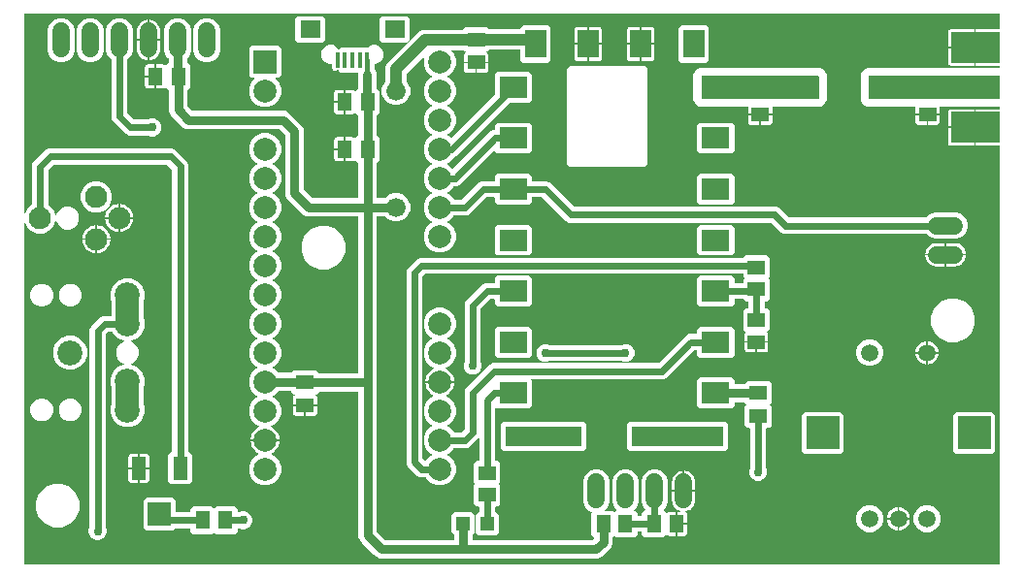
<source format=gbr>
G04 EAGLE Gerber RS-274X export*
G75*
%MOMM*%
%FSLAX34Y34*%
%LPD*%
%INTop Copper*%
%IPPOS*%
%AMOC8*
5,1,8,0,0,1.08239X$1,22.5*%
G01*
%ADD10R,1.300000X1.600000*%
%ADD11R,1.600000X1.300000*%
%ADD12C,1.676400*%
%ADD13R,1.200000X1.200000*%
%ADD14R,1.500000X1.300000*%
%ADD15R,2.470000X1.880000*%
%ADD16R,1.880000X2.470000*%
%ADD17R,6.600000X1.800000*%
%ADD18R,8.000000X1.800000*%
%ADD19R,4.191000X1.778000*%
%ADD20R,4.191000X2.667000*%
%ADD21C,1.524000*%
%ADD22R,1.300000X2.000000*%
%ADD23R,2.000000X2.000000*%
%ADD24C,1.508000*%
%ADD25R,2.850000X2.850000*%
%ADD26R,2.400000X1.400000*%
%ADD27R,1.800000X1.500000*%
%ADD28R,0.400000X1.400000*%
%ADD29C,2.184400*%
%ADD30C,1.930400*%
%ADD31R,1.300000X1.500000*%
%ADD32C,2.000000*%
%ADD33C,0.800000*%
%ADD34C,0.600000*%
%ADD35C,0.756400*%
%ADD36C,2.000000*%
%ADD37C,0.400000*%
%ADD38C,1.000000*%

G36*
X850050Y-369D02*
X850050Y-369D01*
X850101Y-367D01*
X850133Y-349D01*
X850169Y-341D01*
X850208Y-308D01*
X850253Y-284D01*
X850274Y-254D01*
X850302Y-231D01*
X850323Y-184D01*
X850353Y-142D01*
X850361Y-100D01*
X850373Y-72D01*
X850372Y-42D01*
X850380Y0D01*
X850380Y364723D01*
X850369Y364773D01*
X850367Y364824D01*
X850349Y364856D01*
X850341Y364892D01*
X850308Y364931D01*
X850284Y364976D01*
X850254Y364997D01*
X850231Y365025D01*
X850184Y365046D01*
X850142Y365076D01*
X850100Y365084D01*
X850072Y365096D01*
X850042Y365095D01*
X850000Y365103D01*
X829607Y365103D01*
X829607Y380598D01*
X829596Y380648D01*
X829594Y380699D01*
X829576Y380731D01*
X829568Y380767D01*
X829535Y380806D01*
X829511Y380851D01*
X829481Y380872D01*
X829457Y380900D01*
X829411Y380921D01*
X829369Y380951D01*
X829327Y380959D01*
X829299Y380971D01*
X829269Y380970D01*
X829227Y380978D01*
X828845Y380978D01*
X828845Y380980D01*
X829227Y380980D01*
X829277Y380991D01*
X829328Y380993D01*
X829360Y381011D01*
X829396Y381019D01*
X829435Y381052D01*
X829480Y381076D01*
X829501Y381106D01*
X829529Y381130D01*
X829550Y381176D01*
X829580Y381218D01*
X829588Y381260D01*
X829600Y381288D01*
X829599Y381316D01*
X829600Y381318D01*
X829600Y381323D01*
X829607Y381360D01*
X829607Y396855D01*
X850000Y396855D01*
X850050Y396866D01*
X850101Y396868D01*
X850133Y396886D01*
X850169Y396894D01*
X850208Y396927D01*
X850253Y396951D01*
X850274Y396981D01*
X850302Y397004D01*
X850323Y397051D01*
X850353Y397093D01*
X850361Y397135D01*
X850373Y397163D01*
X850372Y397193D01*
X850380Y397235D01*
X850380Y398638D01*
X850369Y398688D01*
X850367Y398739D01*
X850349Y398771D01*
X850341Y398807D01*
X850308Y398846D01*
X850284Y398891D01*
X850254Y398912D01*
X850231Y398940D01*
X850184Y398961D01*
X850142Y398991D01*
X850100Y398999D01*
X850072Y399011D01*
X850042Y399010D01*
X850000Y399018D01*
X798321Y399018D01*
X798271Y399007D01*
X798220Y399005D01*
X798188Y398987D01*
X798152Y398979D01*
X798113Y398946D01*
X798068Y398922D01*
X798047Y398892D01*
X798019Y398869D01*
X797998Y398822D01*
X797968Y398780D01*
X797960Y398738D01*
X797948Y398710D01*
X797949Y398680D01*
X797941Y398638D01*
X797941Y393192D01*
X787781Y393192D01*
X787731Y393181D01*
X787680Y393179D01*
X787648Y393161D01*
X787612Y393153D01*
X787573Y393120D01*
X787528Y393096D01*
X787507Y393066D01*
X787479Y393043D01*
X787458Y392996D01*
X787428Y392954D01*
X787420Y392913D01*
X787408Y392885D01*
X787408Y392872D01*
X787408Y392871D01*
X787409Y392852D01*
X787401Y392812D01*
X787401Y392430D01*
X787399Y392430D01*
X787399Y392812D01*
X787388Y392862D01*
X787386Y392913D01*
X787368Y392945D01*
X787360Y392981D01*
X787327Y393020D01*
X787303Y393065D01*
X787273Y393086D01*
X787249Y393115D01*
X787203Y393135D01*
X787161Y393165D01*
X787119Y393173D01*
X787091Y393185D01*
X787061Y393184D01*
X787019Y393192D01*
X776859Y393192D01*
X776859Y398638D01*
X776848Y398688D01*
X776846Y398739D01*
X776828Y398771D01*
X776820Y398807D01*
X776787Y398846D01*
X776763Y398891D01*
X776733Y398912D01*
X776710Y398940D01*
X776663Y398961D01*
X776621Y398991D01*
X776579Y398999D01*
X776551Y399011D01*
X776521Y399010D01*
X776479Y399018D01*
X735132Y399018D01*
X732419Y400142D01*
X730342Y402219D01*
X729218Y404932D01*
X729218Y426918D01*
X730342Y429631D01*
X732419Y431708D01*
X735132Y432832D01*
X850000Y432832D01*
X850050Y432843D01*
X850101Y432845D01*
X850133Y432863D01*
X850169Y432871D01*
X850208Y432904D01*
X850253Y432928D01*
X850274Y432958D01*
X850302Y432981D01*
X850323Y433028D01*
X850353Y433070D01*
X850361Y433112D01*
X850373Y433140D01*
X850372Y433170D01*
X850380Y433212D01*
X850380Y434615D01*
X850369Y434665D01*
X850367Y434716D01*
X850349Y434748D01*
X850341Y434784D01*
X850308Y434823D01*
X850284Y434868D01*
X850254Y434889D01*
X850231Y434917D01*
X850184Y434938D01*
X850142Y434968D01*
X850100Y434976D01*
X850072Y434988D01*
X850042Y434987D01*
X850000Y434995D01*
X829607Y434995D01*
X829607Y450490D01*
X829596Y450540D01*
X829594Y450591D01*
X829576Y450623D01*
X829568Y450659D01*
X829535Y450698D01*
X829511Y450743D01*
X829481Y450764D01*
X829457Y450792D01*
X829411Y450813D01*
X829369Y450843D01*
X829327Y450851D01*
X829299Y450863D01*
X829269Y450862D01*
X829227Y450870D01*
X828845Y450870D01*
X828845Y450872D01*
X829227Y450872D01*
X829277Y450883D01*
X829328Y450885D01*
X829360Y450903D01*
X829396Y450911D01*
X829435Y450944D01*
X829480Y450968D01*
X829501Y450998D01*
X829529Y451022D01*
X829550Y451068D01*
X829580Y451110D01*
X829588Y451152D01*
X829600Y451180D01*
X829599Y451210D01*
X829607Y451252D01*
X829607Y466747D01*
X850000Y466747D01*
X850050Y466758D01*
X850101Y466760D01*
X850133Y466778D01*
X850169Y466786D01*
X850208Y466819D01*
X850253Y466843D01*
X850274Y466873D01*
X850302Y466896D01*
X850323Y466943D01*
X850353Y466985D01*
X850361Y467027D01*
X850373Y467055D01*
X850372Y467085D01*
X850380Y467127D01*
X850380Y480000D01*
X850369Y480050D01*
X850367Y480101D01*
X850349Y480133D01*
X850341Y480169D01*
X850308Y480208D01*
X850284Y480253D01*
X850254Y480274D01*
X850231Y480302D01*
X850184Y480323D01*
X850142Y480353D01*
X850100Y480361D01*
X850072Y480373D01*
X850042Y480372D01*
X850000Y480380D01*
X0Y480380D01*
X-50Y480369D01*
X-101Y480367D01*
X-133Y480349D01*
X-169Y480341D01*
X-208Y480308D01*
X-253Y480284D01*
X-274Y480254D01*
X-302Y480231D01*
X-323Y480184D01*
X-353Y480142D01*
X-361Y480100D01*
X-373Y480072D01*
X-372Y480042D01*
X-380Y480000D01*
X-380Y306471D01*
X-377Y306458D01*
X-379Y306445D01*
X-368Y306407D01*
X-367Y306381D01*
X-354Y306357D01*
X-341Y306302D01*
X-333Y306292D01*
X-329Y306280D01*
X-289Y306237D01*
X-284Y306229D01*
X-275Y306222D01*
X-231Y306168D01*
X-219Y306163D01*
X-210Y306154D01*
X-140Y306128D01*
X-72Y306098D01*
X-59Y306098D01*
X-47Y306094D01*
X26Y306101D01*
X101Y306104D01*
X112Y306110D01*
X125Y306112D01*
X170Y306140D01*
X173Y306141D01*
X181Y306147D01*
X188Y306151D01*
X253Y306187D01*
X260Y306197D01*
X271Y306204D01*
X296Y306242D01*
X307Y306251D01*
X317Y306273D01*
X351Y306325D01*
X1732Y309659D01*
X5573Y313499D01*
X6071Y313706D01*
X6122Y313743D01*
X6178Y313773D01*
X6192Y313793D01*
X6212Y313807D01*
X6241Y313863D01*
X6278Y313915D01*
X6283Y313941D01*
X6293Y313960D01*
X6294Y313997D01*
X6296Y314009D01*
X6299Y314014D01*
X6298Y314020D01*
X6306Y314057D01*
X6306Y348074D01*
X7371Y350647D01*
X18259Y361535D01*
X20832Y362601D01*
X128393Y362601D01*
X130966Y361535D01*
X141410Y351091D01*
X142476Y348518D01*
X142476Y97881D01*
X142487Y97831D01*
X142489Y97780D01*
X142507Y97748D01*
X142515Y97712D01*
X142548Y97673D01*
X142572Y97628D01*
X142602Y97607D01*
X142625Y97579D01*
X142672Y97558D01*
X142714Y97528D01*
X142756Y97520D01*
X142784Y97508D01*
X142814Y97509D01*
X142856Y97501D01*
X143632Y97501D01*
X145976Y95157D01*
X145976Y71843D01*
X143632Y69499D01*
X127318Y69499D01*
X124974Y71843D01*
X124974Y95157D01*
X127318Y97501D01*
X128094Y97501D01*
X128144Y97512D01*
X128195Y97514D01*
X128227Y97532D01*
X128263Y97540D01*
X128302Y97573D01*
X128347Y97597D01*
X128368Y97627D01*
X128396Y97650D01*
X128417Y97697D01*
X128447Y97739D01*
X128455Y97781D01*
X128467Y97809D01*
X128466Y97839D01*
X128474Y97881D01*
X128474Y344068D01*
X128457Y344142D01*
X128444Y344216D01*
X128437Y344227D01*
X128435Y344236D01*
X128411Y344265D01*
X128363Y344337D01*
X124212Y348488D01*
X124147Y348528D01*
X124085Y348572D01*
X124073Y348574D01*
X124064Y348579D01*
X124027Y348583D01*
X123943Y348599D01*
X25282Y348599D01*
X25208Y348582D01*
X25134Y348569D01*
X25123Y348562D01*
X25114Y348560D01*
X25085Y348536D01*
X25013Y348488D01*
X20418Y343893D01*
X20378Y343828D01*
X20335Y343766D01*
X20332Y343754D01*
X20327Y343746D01*
X20323Y343709D01*
X20307Y343624D01*
X20307Y314057D01*
X20320Y314001D01*
X20321Y313986D01*
X20323Y313982D01*
X20328Y313932D01*
X20341Y313912D01*
X20346Y313888D01*
X20387Y313839D01*
X20421Y313785D01*
X20443Y313771D01*
X20457Y313754D01*
X20491Y313739D01*
X20542Y313706D01*
X21040Y313499D01*
X24880Y309659D01*
X26931Y304707D01*
X26946Y304686D01*
X26954Y304662D01*
X26996Y304617D01*
X27032Y304567D01*
X27055Y304554D01*
X27073Y304536D01*
X27131Y304514D01*
X27185Y304485D01*
X27211Y304484D01*
X27235Y304476D01*
X27297Y304482D01*
X27359Y304480D01*
X27382Y304491D01*
X27408Y304494D01*
X27460Y304527D01*
X27516Y304553D01*
X27532Y304573D01*
X27554Y304586D01*
X27602Y304658D01*
X27625Y304687D01*
X27627Y304697D01*
X27634Y304707D01*
X28828Y307590D01*
X31641Y310403D01*
X35317Y311926D01*
X39296Y311926D01*
X42971Y310403D01*
X45784Y307590D01*
X47307Y303914D01*
X47307Y299936D01*
X45784Y296260D01*
X42971Y293447D01*
X39296Y291924D01*
X35317Y291924D01*
X31641Y293447D01*
X28828Y296260D01*
X27634Y299143D01*
X27619Y299164D01*
X27611Y299188D01*
X27569Y299233D01*
X27533Y299283D01*
X27510Y299296D01*
X27492Y299314D01*
X27435Y299336D01*
X27380Y299365D01*
X27354Y299366D01*
X27330Y299374D01*
X27269Y299368D01*
X27207Y299370D01*
X27183Y299359D01*
X27158Y299356D01*
X27106Y299323D01*
X27049Y299297D01*
X27033Y299277D01*
X27011Y299264D01*
X26964Y299192D01*
X26940Y299163D01*
X26938Y299153D01*
X26931Y299143D01*
X24880Y294191D01*
X21040Y290351D01*
X16022Y288272D01*
X10591Y288272D01*
X5573Y290351D01*
X1732Y294191D01*
X351Y297525D01*
X344Y297535D01*
X341Y297548D01*
X299Y297598D01*
X294Y297608D01*
X289Y297612D01*
X250Y297665D01*
X239Y297672D01*
X231Y297682D01*
X163Y297712D01*
X97Y297747D01*
X84Y297747D01*
X72Y297752D01*
X-2Y297750D01*
X-76Y297752D01*
X-88Y297746D01*
X-101Y297746D01*
X-166Y297710D01*
X-233Y297679D01*
X-242Y297669D01*
X-253Y297663D01*
X-296Y297603D01*
X-342Y297545D01*
X-345Y297532D01*
X-353Y297521D01*
X-369Y297438D01*
X-373Y297428D01*
X-373Y297417D01*
X-380Y297379D01*
X-380Y0D01*
X-369Y-50D01*
X-367Y-101D01*
X-349Y-133D01*
X-341Y-169D01*
X-308Y-208D01*
X-284Y-253D01*
X-254Y-274D01*
X-231Y-302D01*
X-184Y-323D01*
X-142Y-353D01*
X-100Y-361D01*
X-72Y-373D01*
X-42Y-372D01*
X0Y-380D01*
X850000Y-380D01*
X850050Y-369D01*
G37*
%LPC*%
G36*
X309559Y4699D02*
X309559Y4699D01*
X306618Y5917D01*
X304314Y8221D01*
X294446Y18089D01*
X292142Y20393D01*
X290924Y23334D01*
X290924Y150050D01*
X290913Y150100D01*
X290911Y150151D01*
X290893Y150183D01*
X290885Y150219D01*
X290852Y150258D01*
X290828Y150303D01*
X290798Y150324D01*
X290775Y150353D01*
X290728Y150374D01*
X290686Y150403D01*
X290644Y150411D01*
X290616Y150424D01*
X290586Y150422D01*
X290544Y150431D01*
X256790Y150431D01*
X256716Y150413D01*
X256641Y150400D01*
X256631Y150393D01*
X256621Y150391D01*
X256592Y150367D01*
X256521Y150319D01*
X254132Y147931D01*
X253781Y147931D01*
X253708Y147913D01*
X253634Y147901D01*
X253624Y147894D01*
X253612Y147891D01*
X253554Y147843D01*
X253494Y147800D01*
X253488Y147789D01*
X253478Y147781D01*
X253448Y147713D01*
X253413Y147646D01*
X253412Y147634D01*
X253407Y147623D01*
X253410Y147548D01*
X253408Y147473D01*
X253413Y147462D01*
X253414Y147450D01*
X253450Y147384D01*
X253481Y147316D01*
X253491Y147307D01*
X253497Y147297D01*
X253528Y147276D01*
X253591Y147221D01*
X254035Y146964D01*
X254508Y146491D01*
X254843Y145912D01*
X255016Y145266D01*
X255016Y139192D01*
X244856Y139192D01*
X244806Y139181D01*
X244755Y139179D01*
X244723Y139161D01*
X244687Y139153D01*
X244648Y139120D01*
X244603Y139096D01*
X244582Y139066D01*
X244554Y139043D01*
X244533Y138996D01*
X244503Y138954D01*
X244495Y138913D01*
X244483Y138885D01*
X244484Y138865D01*
X244483Y138864D01*
X244483Y138851D01*
X244476Y138812D01*
X244476Y138430D01*
X244474Y138430D01*
X244474Y138812D01*
X244463Y138862D01*
X244461Y138913D01*
X244443Y138945D01*
X244435Y138981D01*
X244402Y139020D01*
X244378Y139065D01*
X244348Y139086D01*
X244324Y139115D01*
X244278Y139135D01*
X244236Y139165D01*
X244194Y139173D01*
X244166Y139185D01*
X244136Y139184D01*
X244094Y139192D01*
X233934Y139192D01*
X233934Y145266D01*
X234107Y145912D01*
X234442Y146491D01*
X234915Y146964D01*
X235359Y147221D01*
X235414Y147272D01*
X235472Y147320D01*
X235477Y147331D01*
X235486Y147339D01*
X235512Y147410D01*
X235543Y147478D01*
X235542Y147490D01*
X235547Y147502D01*
X235539Y147576D01*
X235536Y147651D01*
X235530Y147662D01*
X235529Y147674D01*
X235489Y147737D01*
X235453Y147803D01*
X235443Y147810D01*
X235437Y147821D01*
X235373Y147860D01*
X235312Y147903D01*
X235298Y147905D01*
X235289Y147911D01*
X235251Y147915D01*
X235169Y147931D01*
X234818Y147931D01*
X232474Y150274D01*
X232474Y150369D01*
X232463Y150419D01*
X232461Y150470D01*
X232443Y150502D01*
X232435Y150538D01*
X232402Y150577D01*
X232378Y150622D01*
X232348Y150643D01*
X232325Y150671D01*
X232278Y150692D01*
X232236Y150722D01*
X232194Y150730D01*
X232166Y150742D01*
X232136Y150741D01*
X232094Y150749D01*
X221507Y150749D01*
X221433Y150732D01*
X221358Y150719D01*
X221348Y150712D01*
X221338Y150710D01*
X221309Y150686D01*
X221238Y150638D01*
X217481Y146881D01*
X216323Y146401D01*
X216302Y146386D01*
X216278Y146379D01*
X216233Y146336D01*
X216182Y146300D01*
X216170Y146278D01*
X216152Y146260D01*
X216130Y146202D01*
X216101Y146147D01*
X216100Y146121D01*
X216091Y146097D01*
X216098Y146036D01*
X216096Y145974D01*
X216107Y145951D01*
X216110Y145925D01*
X216143Y145873D01*
X216169Y145817D01*
X216189Y145800D01*
X216202Y145779D01*
X216274Y145731D01*
X216303Y145708D01*
X216313Y145706D01*
X216323Y145699D01*
X217481Y145219D01*
X221419Y141281D01*
X223551Y136135D01*
X223551Y130565D01*
X221419Y125419D01*
X217481Y121481D01*
X214457Y120228D01*
X214448Y120222D01*
X214438Y120220D01*
X214379Y120172D01*
X214316Y120127D01*
X214311Y120118D01*
X214303Y120111D01*
X214271Y120042D01*
X214235Y119974D01*
X214235Y119964D01*
X214230Y119954D01*
X214232Y119877D01*
X214230Y119801D01*
X214235Y119791D01*
X214235Y119781D01*
X214271Y119713D01*
X214302Y119644D01*
X214311Y119637D01*
X214316Y119627D01*
X214430Y119538D01*
X216123Y118676D01*
X217720Y117516D01*
X219116Y116120D01*
X220276Y114523D01*
X221172Y112764D01*
X221782Y110887D01*
X222091Y108937D01*
X222091Y108711D01*
X209931Y108711D01*
X209881Y108700D01*
X209830Y108698D01*
X209798Y108680D01*
X209762Y108672D01*
X209723Y108639D01*
X209678Y108615D01*
X209657Y108585D01*
X209629Y108562D01*
X209608Y108515D01*
X209579Y108473D01*
X209570Y108431D01*
X209558Y108403D01*
X209559Y108373D01*
X209551Y108331D01*
X209551Y107569D01*
X209563Y107519D01*
X209564Y107468D01*
X209582Y107436D01*
X209590Y107400D01*
X209623Y107361D01*
X209647Y107316D01*
X209677Y107295D01*
X209701Y107267D01*
X209747Y107246D01*
X209789Y107216D01*
X209831Y107208D01*
X209859Y107196D01*
X209889Y107197D01*
X209931Y107189D01*
X222091Y107189D01*
X222091Y106963D01*
X221782Y105013D01*
X221172Y103136D01*
X220276Y101377D01*
X219116Y99780D01*
X217720Y98384D01*
X216123Y97224D01*
X214430Y96362D01*
X214422Y96355D01*
X214412Y96352D01*
X214356Y96299D01*
X214298Y96250D01*
X214293Y96240D01*
X214286Y96233D01*
X214259Y96161D01*
X214229Y96091D01*
X214229Y96080D01*
X214225Y96070D01*
X214233Y95994D01*
X214237Y95918D01*
X214243Y95909D01*
X214244Y95898D01*
X214284Y95833D01*
X214322Y95767D01*
X214331Y95761D01*
X214336Y95752D01*
X214457Y95672D01*
X217481Y94419D01*
X221419Y90481D01*
X223551Y85335D01*
X223551Y79765D01*
X221419Y74619D01*
X217481Y70681D01*
X212335Y68549D01*
X206765Y68549D01*
X201619Y70681D01*
X197681Y74619D01*
X195549Y79765D01*
X195549Y85335D01*
X197681Y90481D01*
X201619Y94419D01*
X204643Y95672D01*
X204652Y95678D01*
X204662Y95680D01*
X204721Y95728D01*
X204784Y95773D01*
X204789Y95782D01*
X204797Y95789D01*
X204829Y95858D01*
X204865Y95926D01*
X204865Y95936D01*
X204870Y95946D01*
X204868Y96022D01*
X204870Y96099D01*
X204865Y96109D01*
X204865Y96119D01*
X204829Y96187D01*
X204797Y96256D01*
X204789Y96263D01*
X204784Y96273D01*
X204670Y96362D01*
X202977Y97224D01*
X201380Y98384D01*
X199984Y99780D01*
X198824Y101377D01*
X197928Y103136D01*
X197318Y105013D01*
X197009Y106963D01*
X197009Y107189D01*
X209169Y107189D01*
X209219Y107200D01*
X209270Y107202D01*
X209302Y107220D01*
X209338Y107228D01*
X209377Y107261D01*
X209422Y107285D01*
X209443Y107315D01*
X209471Y107338D01*
X209492Y107385D01*
X209521Y107427D01*
X209530Y107469D01*
X209542Y107497D01*
X209541Y107527D01*
X209549Y107569D01*
X209549Y108331D01*
X209537Y108381D01*
X209536Y108432D01*
X209518Y108464D01*
X209510Y108500D01*
X209477Y108539D01*
X209453Y108584D01*
X209423Y108605D01*
X209399Y108633D01*
X209353Y108654D01*
X209311Y108684D01*
X209269Y108692D01*
X209241Y108704D01*
X209211Y108703D01*
X209169Y108711D01*
X197009Y108711D01*
X197009Y108937D01*
X197318Y110887D01*
X197928Y112764D01*
X198824Y114523D01*
X199984Y116120D01*
X201380Y117516D01*
X202977Y118676D01*
X204670Y119538D01*
X204678Y119545D01*
X204688Y119548D01*
X204744Y119601D01*
X204802Y119650D01*
X204807Y119660D01*
X204814Y119667D01*
X204841Y119739D01*
X204871Y119809D01*
X204871Y119820D01*
X204875Y119830D01*
X204867Y119906D01*
X204863Y119982D01*
X204858Y119991D01*
X204856Y120002D01*
X204816Y120067D01*
X204778Y120133D01*
X204769Y120139D01*
X204764Y120148D01*
X204643Y120228D01*
X201619Y121481D01*
X197681Y125419D01*
X195549Y130565D01*
X195549Y136135D01*
X197681Y141281D01*
X201619Y145219D01*
X202777Y145699D01*
X202798Y145714D01*
X202822Y145721D01*
X202867Y145764D01*
X202918Y145800D01*
X202930Y145823D01*
X202948Y145840D01*
X202970Y145898D01*
X202999Y145953D01*
X203000Y145978D01*
X203009Y146003D01*
X203002Y146064D01*
X203004Y146126D01*
X202993Y146149D01*
X202990Y146175D01*
X202957Y146227D01*
X202931Y146283D01*
X202911Y146300D01*
X202898Y146321D01*
X202826Y146369D01*
X202797Y146392D01*
X202787Y146395D01*
X202777Y146401D01*
X201619Y146881D01*
X197681Y150819D01*
X195549Y155965D01*
X195549Y161535D01*
X197681Y166681D01*
X201619Y170619D01*
X202777Y171099D01*
X202798Y171114D01*
X202822Y171121D01*
X202867Y171164D01*
X202918Y171200D01*
X202930Y171223D01*
X202948Y171240D01*
X202970Y171298D01*
X202999Y171353D01*
X203000Y171378D01*
X203009Y171403D01*
X203002Y171464D01*
X203004Y171526D01*
X202993Y171549D01*
X202990Y171575D01*
X202957Y171627D01*
X202931Y171683D01*
X202911Y171700D01*
X202898Y171721D01*
X202826Y171769D01*
X202797Y171792D01*
X202787Y171795D01*
X202777Y171801D01*
X201619Y172281D01*
X197681Y176219D01*
X195549Y181365D01*
X195549Y186935D01*
X197681Y192081D01*
X201619Y196019D01*
X202777Y196499D01*
X202798Y196514D01*
X202822Y196521D01*
X202867Y196564D01*
X202918Y196600D01*
X202930Y196623D01*
X202948Y196640D01*
X202970Y196698D01*
X202999Y196753D01*
X203000Y196778D01*
X203009Y196803D01*
X203002Y196864D01*
X203004Y196926D01*
X202993Y196949D01*
X202990Y196975D01*
X202957Y197027D01*
X202931Y197083D01*
X202911Y197100D01*
X202898Y197121D01*
X202826Y197169D01*
X202797Y197192D01*
X202787Y197195D01*
X202777Y197201D01*
X201619Y197681D01*
X197681Y201619D01*
X195549Y206765D01*
X195549Y212335D01*
X197681Y217481D01*
X201619Y221419D01*
X202777Y221899D01*
X202798Y221914D01*
X202822Y221921D01*
X202867Y221964D01*
X202918Y222000D01*
X202930Y222023D01*
X202948Y222040D01*
X202970Y222098D01*
X202999Y222153D01*
X203000Y222178D01*
X203009Y222203D01*
X203002Y222264D01*
X203004Y222326D01*
X202993Y222349D01*
X202990Y222375D01*
X202957Y222427D01*
X202931Y222483D01*
X202911Y222500D01*
X202898Y222521D01*
X202826Y222569D01*
X202797Y222592D01*
X202787Y222595D01*
X202777Y222601D01*
X201619Y223081D01*
X197681Y227019D01*
X195549Y232165D01*
X195549Y237735D01*
X197681Y242881D01*
X201619Y246819D01*
X202777Y247299D01*
X202798Y247314D01*
X202822Y247321D01*
X202867Y247364D01*
X202918Y247400D01*
X202930Y247423D01*
X202948Y247440D01*
X202970Y247498D01*
X202999Y247553D01*
X203000Y247578D01*
X203009Y247603D01*
X203002Y247664D01*
X203004Y247726D01*
X202993Y247749D01*
X202990Y247775D01*
X202957Y247827D01*
X202931Y247883D01*
X202911Y247900D01*
X202898Y247921D01*
X202826Y247969D01*
X202797Y247992D01*
X202787Y247995D01*
X202777Y248001D01*
X201619Y248481D01*
X197681Y252419D01*
X195549Y257565D01*
X195549Y263135D01*
X197681Y268281D01*
X201619Y272219D01*
X202777Y272699D01*
X202798Y272714D01*
X202822Y272721D01*
X202867Y272764D01*
X202918Y272800D01*
X202930Y272823D01*
X202948Y272840D01*
X202970Y272898D01*
X202999Y272953D01*
X203000Y272978D01*
X203009Y273003D01*
X203002Y273064D01*
X203004Y273126D01*
X202993Y273149D01*
X202990Y273175D01*
X202957Y273227D01*
X202931Y273283D01*
X202911Y273300D01*
X202898Y273321D01*
X202826Y273369D01*
X202797Y273392D01*
X202787Y273395D01*
X202777Y273401D01*
X201619Y273881D01*
X197681Y277819D01*
X195549Y282965D01*
X195549Y288535D01*
X197681Y293681D01*
X201619Y297619D01*
X202777Y298099D01*
X202798Y298114D01*
X202822Y298121D01*
X202867Y298164D01*
X202918Y298200D01*
X202930Y298223D01*
X202948Y298240D01*
X202970Y298298D01*
X202999Y298353D01*
X203000Y298378D01*
X203009Y298403D01*
X203002Y298464D01*
X203004Y298526D01*
X202993Y298549D01*
X202990Y298575D01*
X202957Y298627D01*
X202931Y298683D01*
X202911Y298700D01*
X202898Y298721D01*
X202826Y298769D01*
X202797Y298792D01*
X202787Y298795D01*
X202777Y298801D01*
X201619Y299281D01*
X197681Y303219D01*
X195549Y308365D01*
X195549Y313935D01*
X197681Y319081D01*
X201619Y323019D01*
X202777Y323499D01*
X202798Y323514D01*
X202822Y323521D01*
X202867Y323564D01*
X202918Y323600D01*
X202930Y323623D01*
X202948Y323640D01*
X202970Y323698D01*
X202999Y323753D01*
X203000Y323778D01*
X203009Y323803D01*
X203002Y323864D01*
X203004Y323926D01*
X202993Y323949D01*
X202990Y323975D01*
X202957Y324027D01*
X202931Y324083D01*
X202911Y324100D01*
X202898Y324121D01*
X202826Y324169D01*
X202797Y324192D01*
X202787Y324195D01*
X202777Y324201D01*
X201619Y324681D01*
X197681Y328619D01*
X195549Y333765D01*
X195549Y339335D01*
X197681Y344481D01*
X201619Y348419D01*
X202777Y348899D01*
X202798Y348914D01*
X202822Y348921D01*
X202867Y348964D01*
X202918Y349000D01*
X202930Y349023D01*
X202948Y349040D01*
X202970Y349098D01*
X202999Y349153D01*
X203000Y349178D01*
X203009Y349203D01*
X203002Y349264D01*
X203004Y349326D01*
X202993Y349349D01*
X202990Y349375D01*
X202957Y349427D01*
X202931Y349483D01*
X202911Y349500D01*
X202898Y349521D01*
X202826Y349569D01*
X202797Y349592D01*
X202787Y349595D01*
X202777Y349601D01*
X201619Y350081D01*
X197681Y354019D01*
X195549Y359165D01*
X195549Y364735D01*
X197681Y369881D01*
X201619Y373819D01*
X206765Y375951D01*
X212335Y375951D01*
X217481Y373819D01*
X221419Y369881D01*
X223551Y364735D01*
X223551Y359165D01*
X221419Y354019D01*
X217481Y350081D01*
X216323Y349601D01*
X216302Y349586D01*
X216278Y349579D01*
X216233Y349536D01*
X216182Y349500D01*
X216170Y349478D01*
X216152Y349460D01*
X216130Y349402D01*
X216101Y349347D01*
X216100Y349321D01*
X216091Y349297D01*
X216098Y349236D01*
X216096Y349174D01*
X216107Y349151D01*
X216110Y349125D01*
X216143Y349073D01*
X216169Y349017D01*
X216189Y349000D01*
X216202Y348979D01*
X216274Y348931D01*
X216303Y348908D01*
X216313Y348906D01*
X216323Y348899D01*
X217481Y348419D01*
X221419Y344481D01*
X223551Y339335D01*
X223551Y333765D01*
X221419Y328619D01*
X217481Y324681D01*
X216323Y324201D01*
X216302Y324186D01*
X216278Y324179D01*
X216233Y324136D01*
X216182Y324100D01*
X216170Y324078D01*
X216152Y324060D01*
X216130Y324002D01*
X216101Y323947D01*
X216100Y323921D01*
X216091Y323897D01*
X216098Y323836D01*
X216096Y323774D01*
X216107Y323751D01*
X216110Y323725D01*
X216143Y323673D01*
X216169Y323617D01*
X216189Y323600D01*
X216202Y323579D01*
X216274Y323531D01*
X216303Y323508D01*
X216313Y323506D01*
X216323Y323499D01*
X217481Y323019D01*
X221419Y319081D01*
X223551Y313935D01*
X223551Y308365D01*
X221419Y303219D01*
X217481Y299281D01*
X216323Y298801D01*
X216302Y298786D01*
X216278Y298779D01*
X216233Y298736D01*
X216182Y298700D01*
X216170Y298678D01*
X216152Y298660D01*
X216130Y298602D01*
X216101Y298547D01*
X216100Y298521D01*
X216091Y298497D01*
X216098Y298436D01*
X216096Y298374D01*
X216107Y298351D01*
X216110Y298325D01*
X216143Y298273D01*
X216169Y298217D01*
X216189Y298200D01*
X216202Y298179D01*
X216274Y298131D01*
X216303Y298108D01*
X216313Y298106D01*
X216323Y298099D01*
X217481Y297619D01*
X221419Y293681D01*
X223551Y288535D01*
X223551Y282965D01*
X221419Y277819D01*
X217481Y273881D01*
X216323Y273401D01*
X216302Y273386D01*
X216278Y273379D01*
X216233Y273336D01*
X216182Y273300D01*
X216170Y273278D01*
X216152Y273260D01*
X216130Y273202D01*
X216101Y273147D01*
X216100Y273121D01*
X216091Y273097D01*
X216098Y273036D01*
X216096Y272974D01*
X216107Y272951D01*
X216110Y272925D01*
X216143Y272873D01*
X216169Y272817D01*
X216189Y272800D01*
X216202Y272779D01*
X216274Y272731D01*
X216303Y272708D01*
X216313Y272706D01*
X216323Y272699D01*
X217481Y272219D01*
X221419Y268281D01*
X223551Y263135D01*
X223551Y257565D01*
X221419Y252419D01*
X217481Y248481D01*
X216323Y248001D01*
X216302Y247986D01*
X216278Y247979D01*
X216233Y247936D01*
X216182Y247900D01*
X216170Y247878D01*
X216152Y247860D01*
X216130Y247802D01*
X216101Y247747D01*
X216100Y247721D01*
X216091Y247697D01*
X216098Y247636D01*
X216096Y247574D01*
X216107Y247551D01*
X216110Y247525D01*
X216143Y247473D01*
X216169Y247417D01*
X216189Y247400D01*
X216202Y247379D01*
X216274Y247331D01*
X216303Y247308D01*
X216313Y247306D01*
X216323Y247299D01*
X217481Y246819D01*
X221419Y242881D01*
X223551Y237735D01*
X223551Y232165D01*
X221419Y227019D01*
X217481Y223081D01*
X216323Y222601D01*
X216302Y222586D01*
X216278Y222579D01*
X216233Y222536D01*
X216182Y222500D01*
X216170Y222478D01*
X216152Y222460D01*
X216130Y222402D01*
X216101Y222347D01*
X216100Y222321D01*
X216091Y222297D01*
X216098Y222236D01*
X216096Y222174D01*
X216107Y222151D01*
X216110Y222125D01*
X216143Y222073D01*
X216169Y222017D01*
X216189Y222000D01*
X216202Y221979D01*
X216274Y221931D01*
X216303Y221908D01*
X216313Y221906D01*
X216323Y221899D01*
X217481Y221419D01*
X221419Y217481D01*
X223551Y212335D01*
X223551Y206765D01*
X221419Y201619D01*
X217481Y197681D01*
X216323Y197201D01*
X216302Y197186D01*
X216278Y197179D01*
X216233Y197136D01*
X216182Y197100D01*
X216170Y197078D01*
X216152Y197060D01*
X216130Y197002D01*
X216101Y196947D01*
X216100Y196921D01*
X216091Y196897D01*
X216098Y196836D01*
X216096Y196774D01*
X216107Y196751D01*
X216110Y196725D01*
X216143Y196673D01*
X216169Y196617D01*
X216189Y196600D01*
X216202Y196579D01*
X216274Y196531D01*
X216303Y196508D01*
X216313Y196506D01*
X216323Y196499D01*
X217481Y196019D01*
X221419Y192081D01*
X223551Y186935D01*
X223551Y181365D01*
X221419Y176219D01*
X217481Y172281D01*
X216323Y171801D01*
X216302Y171786D01*
X216278Y171779D01*
X216233Y171736D01*
X216182Y171700D01*
X216170Y171678D01*
X216152Y171660D01*
X216130Y171602D01*
X216101Y171547D01*
X216100Y171521D01*
X216091Y171497D01*
X216098Y171436D01*
X216096Y171374D01*
X216107Y171351D01*
X216110Y171325D01*
X216143Y171273D01*
X216169Y171217D01*
X216189Y171200D01*
X216202Y171179D01*
X216274Y171131D01*
X216303Y171108D01*
X216313Y171106D01*
X216323Y171099D01*
X217481Y170619D01*
X221238Y166862D01*
X221303Y166822D01*
X221365Y166778D01*
X221377Y166776D01*
X221385Y166771D01*
X221422Y166767D01*
X221507Y166751D01*
X232479Y166751D01*
X232553Y166768D01*
X232628Y166781D01*
X232638Y166788D01*
X232648Y166790D01*
X232677Y166814D01*
X232748Y166862D01*
X234818Y168932D01*
X254132Y168932D01*
X256521Y166543D01*
X256585Y166503D01*
X256647Y166460D01*
X256660Y166457D01*
X256668Y166452D01*
X256705Y166448D01*
X256790Y166432D01*
X290544Y166432D01*
X290594Y166444D01*
X290645Y166446D01*
X290677Y166463D01*
X290713Y166471D01*
X290752Y166504D01*
X290797Y166528D01*
X290818Y166558D01*
X290846Y166582D01*
X290867Y166628D01*
X290897Y166670D01*
X290905Y166712D01*
X290917Y166740D01*
X290916Y166770D01*
X290924Y166812D01*
X290924Y302769D01*
X290913Y302819D01*
X290911Y302870D01*
X290893Y302902D01*
X290885Y302938D01*
X290852Y302977D01*
X290828Y303022D01*
X290798Y303043D01*
X290775Y303071D01*
X290728Y303092D01*
X290686Y303122D01*
X290644Y303130D01*
X290616Y303142D01*
X290586Y303141D01*
X290544Y303149D01*
X246059Y303149D01*
X243118Y304367D01*
X228167Y319318D01*
X226949Y322259D01*
X226949Y374353D01*
X226932Y374427D01*
X226919Y374502D01*
X226912Y374512D01*
X226910Y374522D01*
X226886Y374551D01*
X226838Y374622D01*
X222222Y379238D01*
X222158Y379278D01*
X222096Y379322D01*
X222084Y379324D01*
X222075Y379329D01*
X222038Y379333D01*
X221953Y379349D01*
X141284Y379349D01*
X138343Y380567D01*
X127042Y391868D01*
X125824Y394809D01*
X125824Y413135D01*
X125807Y413209D01*
X125794Y413284D01*
X125787Y413294D01*
X125785Y413304D01*
X125761Y413333D01*
X125713Y413404D01*
X123324Y415793D01*
X123324Y416144D01*
X123307Y416217D01*
X123295Y416291D01*
X123288Y416301D01*
X123285Y416313D01*
X123237Y416371D01*
X123193Y416431D01*
X123182Y416437D01*
X123175Y416447D01*
X123106Y416477D01*
X123040Y416512D01*
X123028Y416513D01*
X123016Y416518D01*
X122942Y416515D01*
X122867Y416517D01*
X122856Y416512D01*
X122843Y416511D01*
X122778Y416475D01*
X122710Y416444D01*
X122701Y416434D01*
X122691Y416428D01*
X122669Y416397D01*
X122615Y416334D01*
X122358Y415890D01*
X121885Y415417D01*
X121306Y415082D01*
X120660Y414909D01*
X114586Y414909D01*
X114586Y425069D01*
X114575Y425119D01*
X114573Y425170D01*
X114555Y425202D01*
X114547Y425238D01*
X114514Y425277D01*
X114490Y425322D01*
X114460Y425343D01*
X114436Y425371D01*
X114390Y425392D01*
X114348Y425422D01*
X114306Y425430D01*
X114278Y425442D01*
X114248Y425441D01*
X114206Y425449D01*
X113824Y425449D01*
X113824Y425451D01*
X114206Y425451D01*
X114256Y425462D01*
X114307Y425464D01*
X114339Y425482D01*
X114375Y425490D01*
X114414Y425523D01*
X114459Y425547D01*
X114480Y425577D01*
X114508Y425601D01*
X114529Y425647D01*
X114559Y425689D01*
X114567Y425731D01*
X114579Y425759D01*
X114578Y425789D01*
X114586Y425831D01*
X114586Y435991D01*
X120660Y435991D01*
X121306Y435818D01*
X121885Y435483D01*
X122358Y435010D01*
X122615Y434566D01*
X122666Y434511D01*
X122713Y434453D01*
X122725Y434448D01*
X122733Y434439D01*
X122803Y434413D01*
X122872Y434382D01*
X122884Y434383D01*
X122896Y434378D01*
X122970Y434386D01*
X123045Y434389D01*
X123056Y434395D01*
X123068Y434396D01*
X123131Y434436D01*
X123197Y434472D01*
X123204Y434482D01*
X123215Y434488D01*
X123254Y434552D01*
X123297Y434613D01*
X123299Y434627D01*
X123305Y434636D01*
X123308Y434674D01*
X123324Y434756D01*
X123324Y435107D01*
X125238Y437021D01*
X125251Y437042D01*
X125269Y437057D01*
X125289Y437101D01*
X125322Y437147D01*
X125324Y437159D01*
X125329Y437168D01*
X125332Y437197D01*
X125340Y437215D01*
X125339Y437238D01*
X125349Y437290D01*
X125349Y440989D01*
X125332Y441063D01*
X125319Y441138D01*
X125312Y441148D01*
X125310Y441158D01*
X125286Y441187D01*
X125238Y441258D01*
X123498Y442997D01*
X121729Y447268D01*
X121729Y467132D01*
X123498Y471403D01*
X126767Y474672D01*
X131038Y476441D01*
X135662Y476441D01*
X139933Y474672D01*
X143202Y471403D01*
X144971Y467132D01*
X144971Y447268D01*
X143202Y442997D01*
X141462Y441258D01*
X141422Y441193D01*
X141378Y441131D01*
X141376Y441119D01*
X141371Y441111D01*
X141367Y441074D01*
X141351Y440989D01*
X141351Y437831D01*
X141362Y437781D01*
X141364Y437730D01*
X141382Y437698D01*
X141390Y437662D01*
X141423Y437623D01*
X141447Y437578D01*
X141477Y437557D01*
X141500Y437529D01*
X141547Y437508D01*
X141589Y437478D01*
X141631Y437470D01*
X141659Y437458D01*
X141689Y437459D01*
X141731Y437451D01*
X141982Y437451D01*
X144326Y435107D01*
X144326Y415793D01*
X141937Y413404D01*
X141897Y413340D01*
X141853Y413278D01*
X141851Y413266D01*
X141846Y413257D01*
X141842Y413220D01*
X141826Y413135D01*
X141826Y399872D01*
X141843Y399798D01*
X141856Y399723D01*
X141863Y399713D01*
X141865Y399703D01*
X141889Y399674D01*
X141937Y399603D01*
X146078Y395462D01*
X146142Y395422D01*
X146204Y395378D01*
X146216Y395376D01*
X146225Y395371D01*
X146262Y395367D01*
X146347Y395351D01*
X227016Y395351D01*
X229957Y394133D01*
X241733Y382357D01*
X242951Y379416D01*
X242951Y327322D01*
X242968Y327248D01*
X242981Y327173D01*
X242988Y327163D01*
X242990Y327153D01*
X243014Y327124D01*
X243062Y327053D01*
X250853Y319262D01*
X250917Y319222D01*
X250979Y319178D01*
X250991Y319176D01*
X251000Y319171D01*
X251037Y319167D01*
X251122Y319151D01*
X290544Y319151D01*
X290594Y319162D01*
X290645Y319164D01*
X290677Y319182D01*
X290713Y319190D01*
X290752Y319223D01*
X290797Y319247D01*
X290818Y319277D01*
X290846Y319300D01*
X290867Y319347D01*
X290897Y319389D01*
X290905Y319431D01*
X290917Y319459D01*
X290916Y319489D01*
X290924Y319531D01*
X290924Y349635D01*
X290907Y349709D01*
X290894Y349784D01*
X290887Y349794D01*
X290885Y349804D01*
X290861Y349833D01*
X290813Y349904D01*
X288424Y352293D01*
X288424Y352644D01*
X288407Y352717D01*
X288395Y352791D01*
X288388Y352801D01*
X288385Y352813D01*
X288337Y352871D01*
X288293Y352931D01*
X288282Y352937D01*
X288275Y352947D01*
X288206Y352977D01*
X288140Y353012D01*
X288128Y353013D01*
X288116Y353018D01*
X288042Y353015D01*
X287967Y353017D01*
X287956Y353012D01*
X287943Y353011D01*
X287878Y352975D01*
X287810Y352944D01*
X287801Y352934D01*
X287791Y352928D01*
X287769Y352897D01*
X287715Y352834D01*
X287458Y352390D01*
X286985Y351917D01*
X286406Y351582D01*
X285760Y351409D01*
X279686Y351409D01*
X279686Y361569D01*
X279675Y361619D01*
X279673Y361670D01*
X279655Y361702D01*
X279647Y361738D01*
X279614Y361777D01*
X279590Y361822D01*
X279560Y361843D01*
X279536Y361871D01*
X279490Y361892D01*
X279448Y361922D01*
X279406Y361930D01*
X279378Y361942D01*
X279348Y361941D01*
X279306Y361949D01*
X278924Y361949D01*
X278924Y361951D01*
X279306Y361951D01*
X279356Y361962D01*
X279407Y361964D01*
X279439Y361982D01*
X279475Y361990D01*
X279514Y362023D01*
X279559Y362047D01*
X279580Y362077D01*
X279608Y362101D01*
X279629Y362147D01*
X279659Y362189D01*
X279667Y362231D01*
X279679Y362259D01*
X279678Y362289D01*
X279686Y362331D01*
X279686Y372491D01*
X285760Y372491D01*
X286406Y372318D01*
X286985Y371983D01*
X287458Y371510D01*
X287715Y371066D01*
X287766Y371011D01*
X287813Y370953D01*
X287825Y370948D01*
X287833Y370939D01*
X287903Y370913D01*
X287972Y370882D01*
X287984Y370883D01*
X287996Y370878D01*
X288070Y370886D01*
X288145Y370889D01*
X288156Y370895D01*
X288168Y370896D01*
X288231Y370936D01*
X288297Y370972D01*
X288304Y370982D01*
X288315Y370988D01*
X288354Y371052D01*
X288397Y371113D01*
X288399Y371127D01*
X288405Y371136D01*
X288408Y371174D01*
X288424Y371256D01*
X288424Y371607D01*
X290813Y373996D01*
X290853Y374060D01*
X290897Y374122D01*
X290899Y374134D01*
X290904Y374143D01*
X290908Y374180D01*
X290924Y374265D01*
X290924Y390910D01*
X290912Y390963D01*
X290911Y390998D01*
X290902Y391014D01*
X290894Y391059D01*
X290887Y391069D01*
X290885Y391079D01*
X290861Y391108D01*
X290813Y391179D01*
X288424Y393568D01*
X288424Y393919D01*
X288407Y393992D01*
X288395Y394066D01*
X288388Y394076D01*
X288385Y394088D01*
X288337Y394146D01*
X288293Y394206D01*
X288282Y394212D01*
X288275Y394222D01*
X288206Y394252D01*
X288140Y394287D01*
X288128Y394288D01*
X288116Y394293D01*
X288042Y394290D01*
X287967Y394292D01*
X287956Y394287D01*
X287943Y394286D01*
X287878Y394250D01*
X287810Y394219D01*
X287801Y394209D01*
X287791Y394203D01*
X287769Y394172D01*
X287715Y394109D01*
X287458Y393665D01*
X286985Y393192D01*
X286406Y392857D01*
X285760Y392684D01*
X279686Y392684D01*
X279686Y402844D01*
X279675Y402894D01*
X279673Y402945D01*
X279655Y402977D01*
X279647Y403013D01*
X279614Y403052D01*
X279590Y403097D01*
X279560Y403118D01*
X279536Y403146D01*
X279490Y403167D01*
X279448Y403197D01*
X279406Y403205D01*
X279378Y403217D01*
X279348Y403216D01*
X279306Y403224D01*
X278924Y403224D01*
X278924Y403226D01*
X279306Y403226D01*
X279356Y403237D01*
X279407Y403239D01*
X279439Y403257D01*
X279475Y403265D01*
X279514Y403298D01*
X279559Y403322D01*
X279580Y403352D01*
X279608Y403376D01*
X279629Y403422D01*
X279659Y403464D01*
X279667Y403506D01*
X279679Y403534D01*
X279678Y403564D01*
X279686Y403606D01*
X279686Y413766D01*
X285760Y413766D01*
X286406Y413593D01*
X286985Y413258D01*
X287458Y412785D01*
X287715Y412341D01*
X287766Y412286D01*
X287813Y412228D01*
X287825Y412223D01*
X287833Y412214D01*
X287903Y412188D01*
X287972Y412157D01*
X287984Y412158D01*
X287996Y412153D01*
X288070Y412161D01*
X288145Y412164D01*
X288156Y412170D01*
X288168Y412171D01*
X288231Y412211D01*
X288297Y412247D01*
X288304Y412257D01*
X288315Y412263D01*
X288354Y412327D01*
X288397Y412388D01*
X288399Y412402D01*
X288405Y412411D01*
X288408Y412449D01*
X288424Y412531D01*
X288424Y412882D01*
X290638Y415096D01*
X290678Y415160D01*
X290722Y415222D01*
X290724Y415234D01*
X290729Y415243D01*
X290733Y415280D01*
X290749Y415365D01*
X290749Y428344D01*
X290738Y428394D01*
X290736Y428445D01*
X290718Y428477D01*
X290710Y428513D01*
X290677Y428552D01*
X290653Y428597D01*
X290623Y428618D01*
X290600Y428646D01*
X290553Y428667D01*
X290511Y428697D01*
X290469Y428705D01*
X290441Y428717D01*
X290411Y428716D01*
X290369Y428724D01*
X275593Y428724D01*
X274244Y430073D01*
X274180Y430113D01*
X274118Y430157D01*
X274106Y430159D01*
X274097Y430164D01*
X274060Y430168D01*
X273975Y430184D01*
X273511Y430184D01*
X273511Y430648D01*
X273494Y430722D01*
X273481Y430797D01*
X273474Y430807D01*
X273472Y430817D01*
X273448Y430846D01*
X273400Y430917D01*
X273249Y431068D01*
X273249Y438638D01*
X273243Y438663D01*
X273246Y438689D01*
X273224Y438746D01*
X273210Y438807D01*
X273193Y438827D01*
X273184Y438851D01*
X273139Y438893D01*
X273100Y438940D01*
X273076Y438951D01*
X273057Y438968D01*
X272998Y438986D01*
X272941Y439011D01*
X272916Y439010D01*
X272891Y439018D01*
X272830Y439007D01*
X272768Y439005D01*
X272746Y438992D01*
X272720Y438988D01*
X272649Y438940D01*
X272616Y438922D01*
X272610Y438914D01*
X272600Y438907D01*
X272100Y438407D01*
X272060Y438342D01*
X272016Y438280D01*
X272014Y438268D01*
X272009Y438260D01*
X272005Y438223D01*
X271989Y438138D01*
X271989Y430184D01*
X270415Y430184D01*
X269769Y430357D01*
X269190Y430692D01*
X268717Y431165D01*
X268382Y431744D01*
X268209Y432390D01*
X268209Y436094D01*
X268198Y436144D01*
X268196Y436195D01*
X268178Y436227D01*
X268170Y436263D01*
X268137Y436302D01*
X268113Y436347D01*
X268083Y436368D01*
X268060Y436396D01*
X268013Y436417D01*
X267971Y436447D01*
X267929Y436455D01*
X267901Y436467D01*
X267871Y436466D01*
X267829Y436474D01*
X265109Y436474D01*
X262076Y437730D01*
X259755Y440051D01*
X258499Y443084D01*
X258499Y446366D01*
X259755Y449399D01*
X262076Y451720D01*
X265109Y452976D01*
X268391Y452976D01*
X271424Y451720D01*
X273736Y449407D01*
X273780Y449380D01*
X273817Y449345D01*
X273852Y449335D01*
X273884Y449316D01*
X273934Y449311D01*
X273983Y449296D01*
X274019Y449302D01*
X274056Y449299D01*
X274104Y449317D01*
X274154Y449326D01*
X274189Y449350D01*
X274218Y449361D01*
X274239Y449383D01*
X274274Y449407D01*
X275593Y450726D01*
X298925Y450726D01*
X298999Y450743D01*
X299074Y450756D01*
X299084Y450763D01*
X299094Y450765D01*
X299122Y450789D01*
X299194Y450837D01*
X300076Y451720D01*
X303109Y452976D01*
X306391Y452976D01*
X309424Y451720D01*
X311745Y449399D01*
X313001Y446366D01*
X313001Y443084D01*
X311745Y440051D01*
X309424Y437730D01*
X306391Y436474D01*
X305131Y436474D01*
X305081Y436463D01*
X305030Y436461D01*
X304998Y436443D01*
X304962Y436435D01*
X304923Y436402D01*
X304878Y436378D01*
X304857Y436348D01*
X304829Y436325D01*
X304808Y436278D01*
X304778Y436236D01*
X304770Y436194D01*
X304758Y436166D01*
X304759Y436136D01*
X304751Y436094D01*
X304751Y432809D01*
X304768Y432735D01*
X304781Y432660D01*
X304788Y432650D01*
X304790Y432640D01*
X304814Y432611D01*
X304862Y432540D01*
X305533Y431870D01*
X306751Y428929D01*
X306751Y415606D01*
X306762Y415556D01*
X306764Y415505D01*
X306782Y415473D01*
X306790Y415437D01*
X306823Y415398D01*
X306847Y415353D01*
X306877Y415332D01*
X306900Y415304D01*
X306947Y415283D01*
X306989Y415253D01*
X307031Y415245D01*
X307059Y415233D01*
X307075Y415233D01*
X309426Y412882D01*
X309426Y393568D01*
X307037Y391179D01*
X307007Y391130D01*
X307004Y391128D01*
X307000Y391119D01*
X306997Y391115D01*
X306953Y391053D01*
X306951Y391041D01*
X306946Y391032D01*
X306942Y390995D01*
X306941Y390987D01*
X306933Y390969D01*
X306933Y390950D01*
X306926Y390910D01*
X306926Y374265D01*
X306943Y374191D01*
X306956Y374116D01*
X306963Y374106D01*
X306965Y374096D01*
X306989Y374067D01*
X307037Y373996D01*
X309426Y371607D01*
X309426Y352293D01*
X307037Y349904D01*
X306997Y349840D01*
X306953Y349778D01*
X306951Y349766D01*
X306946Y349757D01*
X306942Y349720D01*
X306926Y349635D01*
X306926Y319531D01*
X306937Y319481D01*
X306939Y319430D01*
X306957Y319398D01*
X306965Y319362D01*
X306998Y319323D01*
X307022Y319278D01*
X307052Y319257D01*
X307075Y319229D01*
X307122Y319208D01*
X307164Y319178D01*
X307206Y319170D01*
X307234Y319158D01*
X307264Y319159D01*
X307306Y319151D01*
X314181Y319151D01*
X314255Y319168D01*
X314330Y319181D01*
X314340Y319188D01*
X314350Y319190D01*
X314379Y319214D01*
X314450Y319262D01*
X316836Y321648D01*
X321387Y323533D01*
X326313Y323533D01*
X330864Y321648D01*
X334348Y318164D01*
X336233Y313613D01*
X336233Y308687D01*
X334348Y304136D01*
X330864Y300652D01*
X326313Y298767D01*
X321387Y298767D01*
X316836Y300652D01*
X314450Y303038D01*
X314386Y303078D01*
X314324Y303122D01*
X314312Y303124D01*
X314303Y303129D01*
X314266Y303133D01*
X314181Y303149D01*
X307306Y303149D01*
X307256Y303138D01*
X307205Y303136D01*
X307173Y303118D01*
X307137Y303110D01*
X307098Y303077D01*
X307053Y303053D01*
X307032Y303023D01*
X307004Y303000D01*
X306983Y302953D01*
X306953Y302911D01*
X306945Y302869D01*
X306933Y302841D01*
X306934Y302811D01*
X306926Y302769D01*
X306926Y28397D01*
X306943Y28323D01*
X306956Y28248D01*
X306963Y28238D01*
X306965Y28228D01*
X306989Y28199D01*
X307037Y28128D01*
X314353Y20812D01*
X314417Y20772D01*
X314479Y20728D01*
X314491Y20726D01*
X314500Y20721D01*
X314537Y20717D01*
X314621Y20701D01*
X374025Y20701D01*
X374075Y20712D01*
X374126Y20714D01*
X374158Y20732D01*
X374194Y20740D01*
X374233Y20773D01*
X374278Y20797D01*
X374299Y20827D01*
X374328Y20850D01*
X374349Y20897D01*
X374378Y20939D01*
X374386Y20981D01*
X374399Y21009D01*
X374397Y21039D01*
X374406Y21081D01*
X374406Y25110D01*
X374393Y25163D01*
X374392Y25197D01*
X374383Y25213D01*
X374375Y25259D01*
X374368Y25269D01*
X374366Y25279D01*
X374342Y25308D01*
X374294Y25379D01*
X372406Y27268D01*
X372406Y42582D01*
X374749Y44926D01*
X390063Y44926D01*
X392407Y42582D01*
X392407Y27268D01*
X390518Y25379D01*
X390487Y25329D01*
X390485Y25327D01*
X390482Y25320D01*
X390478Y25315D01*
X390435Y25253D01*
X390432Y25240D01*
X390427Y25232D01*
X390423Y25195D01*
X390422Y25186D01*
X390414Y25169D01*
X390415Y25150D01*
X390407Y25110D01*
X390407Y21081D01*
X390419Y21031D01*
X390421Y20980D01*
X390438Y20948D01*
X390446Y20912D01*
X390479Y20873D01*
X390503Y20828D01*
X390533Y20807D01*
X390557Y20779D01*
X390603Y20758D01*
X390645Y20728D01*
X390687Y20720D01*
X390715Y20708D01*
X390745Y20709D01*
X390787Y20701D01*
X495003Y20701D01*
X495077Y20718D01*
X495152Y20731D01*
X495162Y20738D01*
X495172Y20740D01*
X495201Y20764D01*
X495272Y20812D01*
X496738Y22278D01*
X496778Y22342D01*
X496822Y22404D01*
X496824Y22416D01*
X496829Y22425D01*
X496833Y22462D01*
X496849Y22547D01*
X496849Y23110D01*
X496832Y23184D01*
X496819Y23259D01*
X496812Y23269D01*
X496810Y23279D01*
X496786Y23308D01*
X496738Y23379D01*
X494349Y25768D01*
X494349Y44082D01*
X494603Y44336D01*
X494624Y44369D01*
X494652Y44395D01*
X494669Y44442D01*
X494695Y44484D01*
X494699Y44522D01*
X494712Y44558D01*
X494707Y44607D01*
X494711Y44656D01*
X494698Y44692D01*
X494694Y44730D01*
X494667Y44772D01*
X494650Y44818D01*
X494622Y44844D01*
X494601Y44877D01*
X494550Y44910D01*
X494523Y44936D01*
X494503Y44942D01*
X494480Y44957D01*
X491892Y46028D01*
X488623Y49297D01*
X486854Y53568D01*
X486854Y73432D01*
X488623Y77703D01*
X491892Y80972D01*
X496163Y82741D01*
X500787Y82741D01*
X505058Y80972D01*
X508327Y77703D01*
X510096Y73432D01*
X510096Y53568D01*
X508327Y49297D01*
X506104Y47075D01*
X506090Y47053D01*
X506071Y47037D01*
X506045Y46980D01*
X506013Y46928D01*
X506010Y46902D01*
X506000Y46878D01*
X506002Y46817D01*
X505996Y46755D01*
X506005Y46731D01*
X506006Y46705D01*
X506036Y46651D01*
X506058Y46593D01*
X506077Y46576D01*
X506089Y46553D01*
X506139Y46518D01*
X506185Y46476D01*
X506210Y46468D01*
X506231Y46453D01*
X506315Y46437D01*
X506351Y46426D01*
X506361Y46428D01*
X506373Y46426D01*
X513007Y46426D01*
X514081Y45352D01*
X514124Y45325D01*
X514162Y45290D01*
X514194Y45281D01*
X514198Y45277D01*
X514202Y45277D01*
X514228Y45260D01*
X514279Y45256D01*
X514328Y45241D01*
X514364Y45247D01*
X514401Y45244D01*
X514448Y45262D01*
X514499Y45271D01*
X514525Y45289D01*
X514528Y45289D01*
X514535Y45295D01*
X514563Y45305D01*
X514584Y45328D01*
X514619Y45352D01*
X515693Y46426D01*
X515977Y46426D01*
X516002Y46432D01*
X516028Y46429D01*
X516086Y46451D01*
X516146Y46465D01*
X516166Y46482D01*
X516190Y46491D01*
X516232Y46536D01*
X516279Y46575D01*
X516290Y46599D01*
X516308Y46618D01*
X516325Y46677D01*
X516350Y46734D01*
X516349Y46759D01*
X516357Y46784D01*
X516346Y46845D01*
X516344Y46907D01*
X516331Y46929D01*
X516327Y46955D01*
X516279Y47026D01*
X516261Y47059D01*
X516253Y47065D01*
X516246Y47075D01*
X514023Y49297D01*
X512254Y53568D01*
X512254Y73432D01*
X514023Y77703D01*
X517292Y80972D01*
X521563Y82741D01*
X526187Y82741D01*
X530458Y80972D01*
X533727Y77703D01*
X535496Y73432D01*
X535496Y53568D01*
X533727Y49297D01*
X531504Y47075D01*
X531490Y47053D01*
X531471Y47037D01*
X531445Y46980D01*
X531413Y46928D01*
X531410Y46902D01*
X531400Y46878D01*
X531402Y46817D01*
X531396Y46755D01*
X531405Y46731D01*
X531406Y46705D01*
X531436Y46651D01*
X531458Y46593D01*
X531477Y46576D01*
X531489Y46553D01*
X531539Y46518D01*
X531585Y46476D01*
X531610Y46468D01*
X531631Y46453D01*
X531715Y46437D01*
X531751Y46426D01*
X531761Y46428D01*
X531773Y46426D01*
X532007Y46426D01*
X534351Y44082D01*
X534351Y42306D01*
X534362Y42256D01*
X534364Y42205D01*
X534382Y42173D01*
X534390Y42137D01*
X534423Y42098D01*
X534447Y42053D01*
X534477Y42032D01*
X534500Y42004D01*
X534547Y41983D01*
X534589Y41953D01*
X534631Y41945D01*
X534659Y41933D01*
X534689Y41934D01*
X534731Y41926D01*
X537919Y41926D01*
X537969Y41937D01*
X538020Y41939D01*
X538052Y41957D01*
X538088Y41965D01*
X538127Y41998D01*
X538172Y42022D01*
X538193Y42052D01*
X538221Y42075D01*
X538242Y42122D01*
X538272Y42164D01*
X538280Y42206D01*
X538292Y42234D01*
X538291Y42264D01*
X538299Y42306D01*
X538299Y44582D01*
X540643Y46926D01*
X540877Y46926D01*
X540902Y46932D01*
X540928Y46929D01*
X540986Y46951D01*
X541046Y46965D01*
X541066Y46982D01*
X541090Y46991D01*
X541132Y47036D01*
X541179Y47075D01*
X541190Y47099D01*
X541208Y47118D01*
X541225Y47177D01*
X541250Y47234D01*
X541249Y47259D01*
X541257Y47284D01*
X541246Y47345D01*
X541244Y47407D01*
X541231Y47429D01*
X541227Y47455D01*
X541179Y47526D01*
X541161Y47559D01*
X541153Y47565D01*
X541146Y47575D01*
X539423Y49297D01*
X537654Y53568D01*
X537654Y73432D01*
X539423Y77703D01*
X542692Y80972D01*
X546963Y82741D01*
X551587Y82741D01*
X555858Y80972D01*
X559127Y77703D01*
X560896Y73432D01*
X560896Y53568D01*
X559127Y49297D01*
X557125Y47296D01*
X557098Y47252D01*
X557063Y47215D01*
X557053Y47180D01*
X557034Y47149D01*
X557029Y47098D01*
X557014Y47049D01*
X557020Y47013D01*
X557017Y46976D01*
X557035Y46928D01*
X557044Y46878D01*
X557068Y46843D01*
X557079Y46814D01*
X557101Y46793D01*
X557125Y46758D01*
X559301Y44582D01*
X559301Y44231D01*
X559318Y44158D01*
X559330Y44084D01*
X559337Y44074D01*
X559340Y44062D01*
X559388Y44004D01*
X559432Y43944D01*
X559443Y43938D01*
X559450Y43928D01*
X559519Y43898D01*
X559585Y43863D01*
X559597Y43862D01*
X559609Y43857D01*
X559683Y43860D01*
X559758Y43858D01*
X559769Y43863D01*
X559782Y43864D01*
X559847Y43900D01*
X559915Y43931D01*
X559924Y43941D01*
X559934Y43947D01*
X559956Y43978D01*
X560010Y44041D01*
X560267Y44485D01*
X560740Y44958D01*
X561319Y45293D01*
X561965Y45466D01*
X568039Y45466D01*
X568039Y35306D01*
X568050Y35256D01*
X568052Y35205D01*
X568070Y35173D01*
X568078Y35137D01*
X568111Y35098D01*
X568135Y35053D01*
X568165Y35032D01*
X568188Y35004D01*
X568235Y34983D01*
X568277Y34953D01*
X568319Y34945D01*
X568347Y34933D01*
X568377Y34934D01*
X568419Y34926D01*
X568801Y34926D01*
X568801Y34924D01*
X568419Y34924D01*
X568369Y34913D01*
X568318Y34911D01*
X568286Y34893D01*
X568250Y34885D01*
X568211Y34852D01*
X568166Y34828D01*
X568145Y34798D01*
X568117Y34774D01*
X568096Y34728D01*
X568066Y34686D01*
X568058Y34644D01*
X568046Y34616D01*
X568047Y34586D01*
X568039Y34544D01*
X568039Y24384D01*
X561965Y24384D01*
X561319Y24557D01*
X560740Y24892D01*
X560267Y25365D01*
X560010Y25809D01*
X559959Y25864D01*
X559912Y25922D01*
X559900Y25927D01*
X559892Y25936D01*
X559822Y25962D01*
X559753Y25993D01*
X559741Y25992D01*
X559729Y25997D01*
X559655Y25989D01*
X559580Y25986D01*
X559569Y25980D01*
X559557Y25979D01*
X559494Y25939D01*
X559428Y25903D01*
X559421Y25893D01*
X559410Y25887D01*
X559371Y25823D01*
X559328Y25762D01*
X559326Y25748D01*
X559320Y25739D01*
X559317Y25701D01*
X559301Y25619D01*
X559301Y25268D01*
X556957Y22924D01*
X540643Y22924D01*
X538299Y25268D01*
X538299Y27544D01*
X538288Y27594D01*
X538286Y27645D01*
X538268Y27677D01*
X538260Y27713D01*
X538227Y27752D01*
X538203Y27797D01*
X538173Y27818D01*
X538150Y27846D01*
X538103Y27867D01*
X538061Y27897D01*
X538019Y27905D01*
X537991Y27917D01*
X537961Y27916D01*
X537919Y27924D01*
X534731Y27924D01*
X534681Y27913D01*
X534630Y27911D01*
X534598Y27893D01*
X534562Y27885D01*
X534523Y27852D01*
X534478Y27828D01*
X534457Y27798D01*
X534429Y27775D01*
X534408Y27728D01*
X534378Y27686D01*
X534370Y27644D01*
X534358Y27616D01*
X534359Y27586D01*
X534351Y27544D01*
X534351Y25768D01*
X532007Y23424D01*
X515693Y23424D01*
X514619Y24498D01*
X514576Y24525D01*
X514538Y24560D01*
X514503Y24570D01*
X514472Y24590D01*
X514421Y24594D01*
X514372Y24609D01*
X514336Y24603D01*
X514299Y24606D01*
X514252Y24588D01*
X514201Y24579D01*
X514166Y24555D01*
X514137Y24545D01*
X514116Y24522D01*
X514081Y24498D01*
X512962Y23379D01*
X512922Y23315D01*
X512878Y23253D01*
X512876Y23241D01*
X512871Y23232D01*
X512867Y23195D01*
X512851Y23110D01*
X512851Y17484D01*
X511633Y14543D01*
X503007Y5917D01*
X500066Y4699D01*
X309559Y4699D01*
G37*
%LPD*%
%LPC*%
G36*
X395749Y24924D02*
X395749Y24924D01*
X393406Y27268D01*
X393406Y42582D01*
X395749Y44926D01*
X396025Y44926D01*
X396075Y44937D01*
X396126Y44939D01*
X396158Y44957D01*
X396194Y44965D01*
X396233Y44998D01*
X396278Y45022D01*
X396299Y45052D01*
X396328Y45075D01*
X396349Y45122D01*
X396378Y45164D01*
X396386Y45206D01*
X396399Y45234D01*
X396397Y45264D01*
X396406Y45306D01*
X396406Y49469D01*
X396394Y49519D01*
X396392Y49570D01*
X396374Y49602D01*
X396366Y49638D01*
X396334Y49677D01*
X396309Y49722D01*
X396279Y49743D01*
X396256Y49771D01*
X396209Y49792D01*
X396168Y49822D01*
X396126Y49830D01*
X396098Y49842D01*
X396067Y49841D01*
X396025Y49849D01*
X394068Y49849D01*
X391724Y52193D01*
X391724Y68507D01*
X392798Y69581D01*
X392825Y69624D01*
X392860Y69662D01*
X392870Y69697D01*
X392890Y69728D01*
X392894Y69779D01*
X392909Y69828D01*
X392903Y69864D01*
X392906Y69901D01*
X392888Y69948D01*
X392879Y69999D01*
X392855Y70034D01*
X392845Y70063D01*
X392822Y70084D01*
X392798Y70119D01*
X391724Y71193D01*
X391724Y87507D01*
X394068Y89851D01*
X395844Y89851D01*
X395894Y89862D01*
X395945Y89864D01*
X395977Y89882D01*
X396013Y89890D01*
X396052Y89923D01*
X396097Y89947D01*
X396118Y89977D01*
X396146Y90000D01*
X396167Y90047D01*
X396197Y90089D01*
X396205Y90131D01*
X396217Y90159D01*
X396216Y90189D01*
X396224Y90231D01*
X396224Y109181D01*
X396218Y109206D01*
X396221Y109232D01*
X396199Y109289D01*
X396185Y109349D01*
X396168Y109369D01*
X396159Y109393D01*
X396114Y109435D01*
X396075Y109483D01*
X396051Y109494D01*
X396032Y109511D01*
X395973Y109529D01*
X395916Y109554D01*
X395891Y109553D01*
X395866Y109560D01*
X395805Y109550D01*
X395743Y109547D01*
X395721Y109535D01*
X395695Y109531D01*
X395624Y109482D01*
X395591Y109465D01*
X395585Y109457D01*
X395575Y109450D01*
X394437Y108312D01*
X390163Y104038D01*
X388141Y102015D01*
X385568Y100949D01*
X374459Y100949D01*
X374397Y100935D01*
X374334Y100928D01*
X374313Y100915D01*
X374290Y100910D01*
X374241Y100869D01*
X374187Y100835D01*
X374172Y100813D01*
X374156Y100800D01*
X374141Y100765D01*
X374107Y100715D01*
X373819Y100019D01*
X369881Y96081D01*
X368723Y95601D01*
X368702Y95586D01*
X368678Y95579D01*
X368633Y95536D01*
X368583Y95500D01*
X368570Y95477D01*
X368552Y95460D01*
X368530Y95402D01*
X368501Y95347D01*
X368500Y95321D01*
X368492Y95297D01*
X368498Y95236D01*
X368496Y95174D01*
X368507Y95151D01*
X368510Y95125D01*
X368543Y95073D01*
X368569Y95017D01*
X368589Y95000D01*
X368602Y94979D01*
X368674Y94931D01*
X368703Y94908D01*
X368713Y94905D01*
X368723Y94899D01*
X369881Y94419D01*
X373819Y90481D01*
X375951Y85335D01*
X375951Y79765D01*
X373819Y74619D01*
X369881Y70681D01*
X364735Y68549D01*
X359165Y68549D01*
X354019Y70681D01*
X350081Y74619D01*
X349793Y75315D01*
X349756Y75366D01*
X349725Y75422D01*
X349706Y75436D01*
X349692Y75455D01*
X349636Y75485D01*
X349584Y75522D01*
X349557Y75527D01*
X349539Y75537D01*
X349501Y75538D01*
X349441Y75549D01*
X344682Y75549D01*
X342109Y76615D01*
X340087Y78638D01*
X335813Y82912D01*
X333790Y84934D01*
X332724Y87507D01*
X332724Y255393D01*
X333790Y257966D01*
X342109Y266285D01*
X344682Y267351D01*
X626973Y267351D01*
X627047Y267368D01*
X627122Y267381D01*
X627132Y267388D01*
X627142Y267390D01*
X627170Y267414D01*
X627242Y267462D01*
X629018Y269238D01*
X647332Y269238D01*
X649676Y266895D01*
X649676Y250580D01*
X648602Y249506D01*
X648575Y249463D01*
X648540Y249426D01*
X648530Y249390D01*
X648510Y249359D01*
X648506Y249308D01*
X648491Y249259D01*
X648497Y249223D01*
X648494Y249187D01*
X648512Y249139D01*
X648521Y249089D01*
X648545Y249053D01*
X648555Y249025D01*
X648578Y249004D01*
X648602Y248969D01*
X649676Y247895D01*
X649676Y231580D01*
X647332Y229237D01*
X645556Y229237D01*
X645506Y229225D01*
X645455Y229223D01*
X645423Y229206D01*
X645387Y229197D01*
X645348Y229165D01*
X645303Y229140D01*
X645282Y229110D01*
X645254Y229087D01*
X645233Y229040D01*
X645203Y228999D01*
X645195Y228957D01*
X645183Y228929D01*
X645184Y228898D01*
X645176Y228857D01*
X645176Y223581D01*
X645187Y223531D01*
X645189Y223480D01*
X645207Y223448D01*
X645215Y223412D01*
X645248Y223373D01*
X645272Y223328D01*
X645302Y223307D01*
X645325Y223279D01*
X645372Y223258D01*
X645414Y223228D01*
X645456Y223220D01*
X645484Y223208D01*
X645514Y223209D01*
X645556Y223201D01*
X647332Y223201D01*
X649676Y220857D01*
X649676Y204543D01*
X647569Y202436D01*
X647543Y202393D01*
X647508Y202356D01*
X647497Y202320D01*
X647478Y202289D01*
X647473Y202239D01*
X647459Y202190D01*
X647465Y202153D01*
X647461Y202117D01*
X647480Y202069D01*
X647488Y202019D01*
X647512Y201983D01*
X647523Y201955D01*
X647546Y201934D01*
X647569Y201899D01*
X647708Y201760D01*
X648043Y201181D01*
X648216Y200535D01*
X648216Y194461D01*
X638556Y194461D01*
X638506Y194450D01*
X638455Y194448D01*
X638423Y194430D01*
X638387Y194422D01*
X638348Y194389D01*
X638303Y194365D01*
X638282Y194335D01*
X638254Y194311D01*
X638233Y194265D01*
X638203Y194223D01*
X638195Y194181D01*
X638183Y194153D01*
X638184Y194123D01*
X638176Y194081D01*
X638176Y193699D01*
X638174Y193699D01*
X638174Y194081D01*
X638163Y194131D01*
X638161Y194182D01*
X638143Y194214D01*
X638135Y194250D01*
X638102Y194289D01*
X638078Y194334D01*
X638048Y194355D01*
X638024Y194383D01*
X637978Y194404D01*
X637936Y194434D01*
X637894Y194442D01*
X637866Y194454D01*
X637836Y194453D01*
X637794Y194461D01*
X628134Y194461D01*
X628134Y200535D01*
X628307Y201181D01*
X628642Y201760D01*
X628781Y201899D01*
X628808Y201942D01*
X628842Y201980D01*
X628853Y202015D01*
X628872Y202046D01*
X628877Y202097D01*
X628891Y202146D01*
X628885Y202182D01*
X628889Y202218D01*
X628870Y202266D01*
X628862Y202316D01*
X628838Y202352D01*
X628827Y202380D01*
X628804Y202401D01*
X628781Y202436D01*
X626674Y204543D01*
X626674Y220857D01*
X629018Y223201D01*
X630794Y223201D01*
X630844Y223212D01*
X630895Y223214D01*
X630927Y223232D01*
X630963Y223240D01*
X631002Y223273D01*
X631047Y223297D01*
X631068Y223327D01*
X631096Y223350D01*
X631117Y223397D01*
X631147Y223439D01*
X631155Y223481D01*
X631167Y223509D01*
X631167Y223514D01*
X631167Y223515D01*
X631166Y223540D01*
X631174Y223581D01*
X631174Y228857D01*
X631163Y228906D01*
X631161Y228957D01*
X631143Y228989D01*
X631135Y229025D01*
X631102Y229065D01*
X631078Y229109D01*
X631048Y229131D01*
X631025Y229159D01*
X630978Y229180D01*
X630936Y229209D01*
X630894Y229217D01*
X630866Y229230D01*
X630836Y229229D01*
X630794Y229237D01*
X629018Y229237D01*
X627292Y230963D01*
X627227Y231003D01*
X627165Y231047D01*
X627153Y231049D01*
X627145Y231054D01*
X627107Y231058D01*
X627023Y231074D01*
X619331Y231074D01*
X619281Y231063D01*
X619230Y231061D01*
X619198Y231043D01*
X619162Y231035D01*
X619123Y231002D01*
X619078Y230978D01*
X619057Y230948D01*
X619029Y230925D01*
X619008Y230878D01*
X618978Y230836D01*
X618970Y230794D01*
X618958Y230766D01*
X618959Y230736D01*
X618951Y230694D01*
X618951Y227018D01*
X616607Y224674D01*
X588593Y224674D01*
X586249Y227018D01*
X586249Y249132D01*
X588593Y251476D01*
X616607Y251476D01*
X618951Y249132D01*
X618951Y245456D01*
X618962Y245406D01*
X618964Y245355D01*
X618982Y245323D01*
X618990Y245287D01*
X619023Y245248D01*
X619047Y245203D01*
X619077Y245182D01*
X619100Y245154D01*
X619147Y245133D01*
X619189Y245103D01*
X619231Y245095D01*
X619259Y245083D01*
X619289Y245084D01*
X619331Y245076D01*
X626294Y245076D01*
X626344Y245087D01*
X626395Y245089D01*
X626427Y245107D01*
X626463Y245115D01*
X626502Y245148D01*
X626547Y245172D01*
X626568Y245202D01*
X626596Y245225D01*
X626617Y245272D01*
X626647Y245314D01*
X626655Y245356D01*
X626667Y245384D01*
X626666Y245414D01*
X626674Y245456D01*
X626674Y247895D01*
X627748Y248969D01*
X627775Y249012D01*
X627810Y249049D01*
X627820Y249085D01*
X627840Y249116D01*
X627844Y249167D01*
X627859Y249216D01*
X627853Y249252D01*
X627856Y249288D01*
X627838Y249336D01*
X627829Y249386D01*
X627805Y249422D01*
X627795Y249450D01*
X627772Y249471D01*
X627748Y249506D01*
X626674Y250580D01*
X626674Y252969D01*
X626663Y253019D01*
X626661Y253070D01*
X626643Y253102D01*
X626635Y253138D01*
X626602Y253177D01*
X626578Y253222D01*
X626548Y253243D01*
X626525Y253271D01*
X626478Y253292D01*
X626436Y253322D01*
X626394Y253330D01*
X626366Y253342D01*
X626336Y253341D01*
X626294Y253349D01*
X349132Y253349D01*
X349058Y253332D01*
X348984Y253319D01*
X348973Y253312D01*
X348964Y253310D01*
X348935Y253286D01*
X348863Y253238D01*
X346837Y251212D01*
X346828Y251198D01*
X346826Y251196D01*
X346823Y251188D01*
X346797Y251147D01*
X346753Y251085D01*
X346751Y251073D01*
X346746Y251064D01*
X346742Y251027D01*
X346726Y250943D01*
X346726Y91957D01*
X346743Y91883D01*
X346756Y91809D01*
X346763Y91798D01*
X346765Y91789D01*
X346789Y91760D01*
X346837Y91688D01*
X348863Y89662D01*
X348928Y89622D01*
X348990Y89578D01*
X349002Y89576D01*
X349011Y89571D01*
X349048Y89567D01*
X349132Y89551D01*
X349441Y89551D01*
X349503Y89565D01*
X349566Y89572D01*
X349587Y89585D01*
X349610Y89590D01*
X349659Y89631D01*
X349713Y89665D01*
X349728Y89687D01*
X349744Y89700D01*
X349759Y89735D01*
X349793Y89785D01*
X350081Y90481D01*
X354019Y94419D01*
X355177Y94899D01*
X355198Y94914D01*
X355222Y94921D01*
X355267Y94964D01*
X355317Y95000D01*
X355330Y95023D01*
X355348Y95040D01*
X355370Y95098D01*
X355399Y95153D01*
X355400Y95179D01*
X355408Y95203D01*
X355402Y95264D01*
X355404Y95326D01*
X355393Y95349D01*
X355390Y95375D01*
X355357Y95427D01*
X355331Y95483D01*
X355311Y95500D01*
X355298Y95521D01*
X355226Y95569D01*
X355197Y95592D01*
X355187Y95594D01*
X355177Y95601D01*
X354019Y96081D01*
X350081Y100019D01*
X347949Y105165D01*
X347949Y110735D01*
X350081Y115881D01*
X354019Y119819D01*
X355177Y120299D01*
X355198Y120314D01*
X355222Y120321D01*
X355267Y120364D01*
X355317Y120400D01*
X355330Y120423D01*
X355348Y120440D01*
X355370Y120498D01*
X355399Y120553D01*
X355400Y120579D01*
X355408Y120603D01*
X355402Y120664D01*
X355404Y120726D01*
X355393Y120749D01*
X355390Y120775D01*
X355357Y120827D01*
X355331Y120883D01*
X355311Y120900D01*
X355298Y120921D01*
X355226Y120969D01*
X355197Y120992D01*
X355187Y120994D01*
X355177Y121001D01*
X354019Y121481D01*
X350081Y125419D01*
X347949Y130565D01*
X347949Y136135D01*
X350081Y141281D01*
X354019Y145219D01*
X357043Y146472D01*
X357052Y146478D01*
X357062Y146480D01*
X357121Y146528D01*
X357184Y146573D01*
X357189Y146582D01*
X357197Y146589D01*
X357229Y146658D01*
X357265Y146726D01*
X357265Y146736D01*
X357270Y146746D01*
X357268Y146822D01*
X357270Y146899D01*
X357265Y146909D01*
X357265Y146919D01*
X357229Y146987D01*
X357197Y147056D01*
X357189Y147063D01*
X357184Y147073D01*
X357070Y147162D01*
X355377Y148024D01*
X353780Y149184D01*
X352384Y150580D01*
X351224Y152177D01*
X350328Y153936D01*
X349718Y155813D01*
X349409Y157763D01*
X349409Y157989D01*
X361569Y157989D01*
X361619Y158000D01*
X361670Y158002D01*
X361702Y158020D01*
X361738Y158028D01*
X361777Y158061D01*
X361822Y158085D01*
X361843Y158115D01*
X361871Y158138D01*
X361892Y158185D01*
X361921Y158227D01*
X361930Y158269D01*
X361942Y158297D01*
X361941Y158327D01*
X361949Y158369D01*
X361949Y159131D01*
X361937Y159181D01*
X361936Y159232D01*
X361918Y159264D01*
X361910Y159300D01*
X361877Y159339D01*
X361853Y159384D01*
X361823Y159405D01*
X361799Y159433D01*
X361753Y159454D01*
X361711Y159484D01*
X361669Y159492D01*
X361641Y159504D01*
X361611Y159503D01*
X361569Y159511D01*
X349409Y159511D01*
X349409Y159737D01*
X349718Y161687D01*
X350328Y163564D01*
X351224Y165323D01*
X352384Y166920D01*
X353780Y168316D01*
X355377Y169476D01*
X357070Y170338D01*
X357078Y170345D01*
X357088Y170348D01*
X357144Y170401D01*
X357202Y170450D01*
X357207Y170460D01*
X357214Y170467D01*
X357241Y170539D01*
X357271Y170609D01*
X357271Y170620D01*
X357275Y170630D01*
X357267Y170706D01*
X357263Y170782D01*
X357257Y170791D01*
X357256Y170802D01*
X357216Y170867D01*
X357178Y170933D01*
X357169Y170939D01*
X357164Y170948D01*
X357043Y171028D01*
X354019Y172281D01*
X350081Y176219D01*
X347949Y181365D01*
X347949Y186935D01*
X350081Y192081D01*
X354019Y196019D01*
X355177Y196499D01*
X355198Y196514D01*
X355222Y196521D01*
X355267Y196564D01*
X355317Y196600D01*
X355330Y196623D01*
X355348Y196640D01*
X355370Y196698D01*
X355399Y196753D01*
X355400Y196779D01*
X355408Y196803D01*
X355402Y196864D01*
X355404Y196926D01*
X355393Y196949D01*
X355390Y196975D01*
X355357Y197027D01*
X355331Y197083D01*
X355311Y197100D01*
X355298Y197121D01*
X355226Y197169D01*
X355197Y197192D01*
X355187Y197194D01*
X355177Y197201D01*
X354019Y197681D01*
X350081Y201619D01*
X347949Y206765D01*
X347949Y212335D01*
X350081Y217481D01*
X354019Y221419D01*
X359165Y223551D01*
X364735Y223551D01*
X369881Y221419D01*
X373819Y217481D01*
X375951Y212335D01*
X375951Y206765D01*
X373819Y201619D01*
X369881Y197681D01*
X368723Y197201D01*
X368702Y197186D01*
X368678Y197179D01*
X368633Y197136D01*
X368583Y197100D01*
X368570Y197077D01*
X368552Y197060D01*
X368530Y197002D01*
X368501Y196947D01*
X368500Y196921D01*
X368492Y196897D01*
X368498Y196836D01*
X368496Y196774D01*
X368507Y196751D01*
X368510Y196725D01*
X368543Y196673D01*
X368569Y196617D01*
X368589Y196600D01*
X368602Y196579D01*
X368674Y196531D01*
X368703Y196508D01*
X368713Y196505D01*
X368723Y196499D01*
X369881Y196019D01*
X373819Y192081D01*
X375951Y186935D01*
X375951Y181365D01*
X373819Y176219D01*
X369881Y172281D01*
X366857Y171028D01*
X366848Y171022D01*
X366838Y171020D01*
X366779Y170972D01*
X366716Y170927D01*
X366711Y170918D01*
X366703Y170911D01*
X366671Y170842D01*
X366635Y170774D01*
X366635Y170764D01*
X366630Y170754D01*
X366632Y170678D01*
X366630Y170601D01*
X366635Y170591D01*
X366635Y170581D01*
X366671Y170513D01*
X366703Y170444D01*
X366711Y170437D01*
X366716Y170427D01*
X366830Y170338D01*
X368523Y169476D01*
X370120Y168316D01*
X371516Y166920D01*
X372676Y165323D01*
X373572Y163564D01*
X374182Y161687D01*
X374491Y159737D01*
X374491Y159511D01*
X362331Y159511D01*
X362281Y159500D01*
X362230Y159498D01*
X362198Y159480D01*
X362162Y159472D01*
X362123Y159439D01*
X362078Y159415D01*
X362057Y159385D01*
X362029Y159362D01*
X362008Y159315D01*
X361979Y159273D01*
X361970Y159231D01*
X361958Y159203D01*
X361959Y159173D01*
X361951Y159131D01*
X361951Y158369D01*
X361963Y158319D01*
X361964Y158268D01*
X361982Y158236D01*
X361990Y158200D01*
X362023Y158161D01*
X362047Y158116D01*
X362077Y158095D01*
X362101Y158067D01*
X362147Y158046D01*
X362189Y158016D01*
X362231Y158008D01*
X362259Y157996D01*
X362289Y157997D01*
X362331Y157989D01*
X374491Y157989D01*
X374491Y157763D01*
X374182Y155813D01*
X373572Y153936D01*
X372676Y152177D01*
X371516Y150580D01*
X370120Y149184D01*
X368523Y148024D01*
X366830Y147162D01*
X366822Y147155D01*
X366812Y147152D01*
X366756Y147099D01*
X366698Y147050D01*
X366693Y147040D01*
X366686Y147033D01*
X366659Y146961D01*
X366629Y146891D01*
X366629Y146880D01*
X366625Y146870D01*
X366633Y146794D01*
X366637Y146718D01*
X366643Y146709D01*
X366644Y146698D01*
X366684Y146633D01*
X366722Y146567D01*
X366731Y146561D01*
X366736Y146552D01*
X366857Y146472D01*
X369881Y145219D01*
X373819Y141281D01*
X375951Y136135D01*
X375951Y130565D01*
X373819Y125419D01*
X369881Y121481D01*
X368723Y121001D01*
X368702Y120986D01*
X368678Y120979D01*
X368633Y120936D01*
X368583Y120900D01*
X368570Y120877D01*
X368552Y120860D01*
X368530Y120802D01*
X368501Y120747D01*
X368500Y120721D01*
X368492Y120697D01*
X368498Y120636D01*
X368496Y120574D01*
X368507Y120551D01*
X368510Y120525D01*
X368543Y120473D01*
X368569Y120417D01*
X368589Y120400D01*
X368602Y120379D01*
X368674Y120331D01*
X368703Y120308D01*
X368713Y120305D01*
X368723Y120299D01*
X369881Y119819D01*
X373819Y115881D01*
X374107Y115185D01*
X374144Y115134D01*
X374175Y115078D01*
X374194Y115064D01*
X374208Y115045D01*
X374264Y115015D01*
X374316Y114978D01*
X374343Y114973D01*
X374361Y114963D01*
X374399Y114962D01*
X374459Y114951D01*
X381118Y114951D01*
X381192Y114968D01*
X381266Y114981D01*
X381277Y114988D01*
X381286Y114990D01*
X381315Y115014D01*
X381387Y115062D01*
X383413Y117088D01*
X383453Y117153D01*
X383497Y117215D01*
X383499Y117227D01*
X383504Y117236D01*
X383508Y117273D01*
X383524Y117357D01*
X383524Y150618D01*
X384590Y153191D01*
X405609Y174210D01*
X408182Y175276D01*
X552568Y175276D01*
X552642Y175293D01*
X552716Y175306D01*
X552727Y175313D01*
X552736Y175315D01*
X552765Y175339D01*
X552837Y175387D01*
X577059Y199610D01*
X579632Y200676D01*
X585869Y200676D01*
X585919Y200687D01*
X585970Y200689D01*
X586002Y200707D01*
X586038Y200715D01*
X586077Y200748D01*
X586122Y200772D01*
X586143Y200802D01*
X586171Y200825D01*
X586192Y200872D01*
X586222Y200914D01*
X586230Y200956D01*
X586242Y200984D01*
X586241Y201014D01*
X586249Y201056D01*
X586249Y204632D01*
X588593Y206976D01*
X616607Y206976D01*
X618951Y204632D01*
X618951Y182518D01*
X616607Y180174D01*
X588593Y180174D01*
X586249Y182518D01*
X586249Y186294D01*
X586238Y186344D01*
X586236Y186395D01*
X586218Y186427D01*
X586210Y186463D01*
X586177Y186502D01*
X586153Y186547D01*
X586123Y186568D01*
X586100Y186596D01*
X586053Y186617D01*
X586011Y186647D01*
X585969Y186655D01*
X585941Y186667D01*
X585911Y186666D01*
X585869Y186674D01*
X584082Y186674D01*
X584008Y186657D01*
X583934Y186644D01*
X583923Y186637D01*
X583914Y186635D01*
X583885Y186611D01*
X583813Y186563D01*
X559591Y162340D01*
X557018Y161274D01*
X442227Y161274D01*
X442201Y161268D01*
X442176Y161271D01*
X442118Y161249D01*
X442058Y161235D01*
X442038Y161218D01*
X442014Y161209D01*
X441972Y161164D01*
X441924Y161125D01*
X441914Y161101D01*
X441896Y161082D01*
X441879Y161023D01*
X441853Y160966D01*
X441854Y160941D01*
X441847Y160916D01*
X441858Y160855D01*
X441860Y160793D01*
X441872Y160771D01*
X441877Y160745D01*
X441925Y160674D01*
X441943Y160641D01*
X441951Y160635D01*
X441958Y160625D01*
X442451Y160132D01*
X442451Y138018D01*
X440107Y135674D01*
X412093Y135674D01*
X410875Y136892D01*
X410853Y136906D01*
X410837Y136926D01*
X410780Y136951D01*
X410728Y136984D01*
X410702Y136986D01*
X410678Y136997D01*
X410617Y136994D01*
X410555Y137000D01*
X410531Y136991D01*
X410505Y136990D01*
X410451Y136961D01*
X410393Y136939D01*
X410376Y136920D01*
X410353Y136907D01*
X410318Y136857D01*
X410276Y136811D01*
X410268Y136787D01*
X410253Y136766D01*
X410237Y136681D01*
X410226Y136645D01*
X410228Y136635D01*
X410226Y136623D01*
X410226Y90231D01*
X410237Y90181D01*
X410239Y90130D01*
X410257Y90098D01*
X410265Y90062D01*
X410298Y90023D01*
X410322Y89978D01*
X410352Y89957D01*
X410375Y89929D01*
X410422Y89908D01*
X410464Y89878D01*
X410506Y89870D01*
X410534Y89858D01*
X410564Y89859D01*
X410606Y89851D01*
X412382Y89851D01*
X414726Y87507D01*
X414726Y71193D01*
X413652Y70119D01*
X413625Y70076D01*
X413590Y70038D01*
X413580Y70003D01*
X413560Y69972D01*
X413556Y69921D01*
X413541Y69872D01*
X413547Y69836D01*
X413544Y69799D01*
X413562Y69752D01*
X413571Y69701D01*
X413595Y69666D01*
X413605Y69637D01*
X413628Y69616D01*
X413652Y69581D01*
X414726Y68507D01*
X414726Y52193D01*
X412382Y49849D01*
X410787Y49849D01*
X410738Y49838D01*
X410687Y49836D01*
X410654Y49818D01*
X410619Y49810D01*
X410579Y49777D01*
X410534Y49753D01*
X410513Y49723D01*
X410485Y49700D01*
X410464Y49653D01*
X410435Y49611D01*
X410426Y49569D01*
X410414Y49541D01*
X410415Y49511D01*
X410414Y49505D01*
X410407Y49469D01*
X410407Y45306D01*
X410419Y45256D01*
X410421Y45205D01*
X410438Y45173D01*
X410446Y45137D01*
X410479Y45098D01*
X410503Y45053D01*
X410533Y45032D01*
X410557Y45004D01*
X410603Y44983D01*
X410645Y44953D01*
X410687Y44945D01*
X410715Y44933D01*
X410745Y44934D01*
X410787Y44926D01*
X411063Y44926D01*
X413407Y42582D01*
X413407Y27268D01*
X411063Y24924D01*
X395749Y24924D01*
G37*
%LPD*%
%LPC*%
G36*
X359165Y271749D02*
X359165Y271749D01*
X354019Y273881D01*
X350081Y277819D01*
X347949Y282965D01*
X347949Y288535D01*
X350081Y293681D01*
X354019Y297619D01*
X355177Y298099D01*
X355198Y298114D01*
X355222Y298121D01*
X355267Y298164D01*
X355317Y298200D01*
X355330Y298223D01*
X355348Y298240D01*
X355370Y298298D01*
X355399Y298353D01*
X355400Y298379D01*
X355408Y298403D01*
X355402Y298464D01*
X355404Y298526D01*
X355393Y298549D01*
X355390Y298575D01*
X355357Y298627D01*
X355331Y298683D01*
X355311Y298700D01*
X355298Y298721D01*
X355226Y298769D01*
X355197Y298792D01*
X355187Y298794D01*
X355177Y298801D01*
X354019Y299281D01*
X350081Y303219D01*
X347949Y308365D01*
X347949Y313935D01*
X350081Y319081D01*
X354019Y323019D01*
X355177Y323499D01*
X355198Y323514D01*
X355222Y323521D01*
X355267Y323564D01*
X355318Y323600D01*
X355330Y323623D01*
X355348Y323640D01*
X355370Y323698D01*
X355399Y323753D01*
X355400Y323778D01*
X355409Y323803D01*
X355402Y323864D01*
X355404Y323926D01*
X355393Y323949D01*
X355390Y323975D01*
X355357Y324027D01*
X355331Y324083D01*
X355311Y324100D01*
X355298Y324121D01*
X355226Y324169D01*
X355197Y324192D01*
X355187Y324195D01*
X355177Y324201D01*
X354019Y324681D01*
X350081Y328619D01*
X347949Y333765D01*
X347949Y339335D01*
X350081Y344481D01*
X354019Y348419D01*
X355177Y348899D01*
X355198Y348914D01*
X355222Y348921D01*
X355267Y348964D01*
X355318Y349000D01*
X355330Y349022D01*
X355348Y349040D01*
X355370Y349098D01*
X355399Y349153D01*
X355400Y349179D01*
X355409Y349203D01*
X355402Y349264D01*
X355404Y349326D01*
X355393Y349349D01*
X355390Y349375D01*
X355357Y349427D01*
X355331Y349483D01*
X355311Y349500D01*
X355298Y349521D01*
X355226Y349569D01*
X355197Y349592D01*
X355187Y349594D01*
X355177Y349601D01*
X354019Y350081D01*
X350081Y354019D01*
X347949Y359165D01*
X347949Y364735D01*
X350081Y369881D01*
X354019Y373819D01*
X355177Y374299D01*
X355198Y374314D01*
X355222Y374321D01*
X355267Y374364D01*
X355318Y374400D01*
X355330Y374422D01*
X355348Y374440D01*
X355370Y374498D01*
X355399Y374553D01*
X355400Y374579D01*
X355409Y374603D01*
X355402Y374664D01*
X355404Y374726D01*
X355393Y374749D01*
X355390Y374775D01*
X355357Y374827D01*
X355331Y374883D01*
X355311Y374900D01*
X355298Y374921D01*
X355226Y374969D01*
X355197Y374992D01*
X355187Y374994D01*
X355177Y375001D01*
X354019Y375481D01*
X350081Y379419D01*
X347949Y384565D01*
X347949Y390135D01*
X350081Y395281D01*
X354019Y399219D01*
X355177Y399699D01*
X355198Y399714D01*
X355222Y399721D01*
X355267Y399764D01*
X355318Y399800D01*
X355330Y399822D01*
X355348Y399840D01*
X355370Y399898D01*
X355399Y399953D01*
X355400Y399979D01*
X355409Y400003D01*
X355402Y400064D01*
X355404Y400126D01*
X355393Y400149D01*
X355390Y400175D01*
X355357Y400227D01*
X355331Y400283D01*
X355311Y400300D01*
X355298Y400321D01*
X355226Y400369D01*
X355197Y400392D01*
X355187Y400394D01*
X355177Y400401D01*
X354019Y400881D01*
X350081Y404819D01*
X347949Y409965D01*
X347949Y415535D01*
X350081Y420681D01*
X354019Y424619D01*
X355177Y425099D01*
X355198Y425114D01*
X355222Y425121D01*
X355267Y425164D01*
X355318Y425200D01*
X355330Y425222D01*
X355348Y425240D01*
X355370Y425298D01*
X355399Y425353D01*
X355400Y425379D01*
X355409Y425403D01*
X355402Y425464D01*
X355404Y425526D01*
X355393Y425549D01*
X355390Y425575D01*
X355357Y425627D01*
X355331Y425683D01*
X355311Y425700D01*
X355298Y425721D01*
X355226Y425769D01*
X355197Y425792D01*
X355187Y425794D01*
X355177Y425801D01*
X354019Y426281D01*
X350081Y430219D01*
X347949Y435365D01*
X347949Y440935D01*
X348798Y442985D01*
X348801Y442998D01*
X348807Y443009D01*
X348814Y443082D01*
X348826Y443156D01*
X348823Y443168D01*
X348824Y443181D01*
X348798Y443251D01*
X348776Y443321D01*
X348767Y443331D01*
X348762Y443343D01*
X348708Y443394D01*
X348657Y443447D01*
X348645Y443452D01*
X348635Y443461D01*
X348564Y443482D01*
X348494Y443508D01*
X348482Y443506D01*
X348469Y443510D01*
X348396Y443497D01*
X348322Y443489D01*
X348311Y443483D01*
X348298Y443480D01*
X348178Y443399D01*
X332962Y428183D01*
X332922Y428119D01*
X332878Y428056D01*
X332876Y428044D01*
X332871Y428036D01*
X332867Y427999D01*
X332851Y427914D01*
X332851Y421419D01*
X332868Y421345D01*
X332881Y421270D01*
X332888Y421260D01*
X332890Y421250D01*
X332914Y421221D01*
X332962Y421150D01*
X334348Y419764D01*
X336233Y415213D01*
X336233Y410287D01*
X334348Y405736D01*
X330864Y402252D01*
X326313Y400367D01*
X321387Y400367D01*
X316836Y402252D01*
X313352Y405736D01*
X311467Y410287D01*
X311467Y415213D01*
X313352Y419764D01*
X314738Y421150D01*
X314778Y421214D01*
X314822Y421276D01*
X314824Y421288D01*
X314829Y421297D01*
X314833Y421334D01*
X314849Y421419D01*
X314849Y433590D01*
X316220Y436899D01*
X344151Y464830D01*
X347460Y466201D01*
X381910Y466201D01*
X381984Y466218D01*
X382059Y466231D01*
X382069Y466238D01*
X382079Y466240D01*
X382108Y466264D01*
X382179Y466312D01*
X384043Y468176D01*
X403357Y468176D01*
X404746Y466787D01*
X404810Y466747D01*
X404872Y466703D01*
X404885Y466701D01*
X404893Y466696D01*
X404930Y466692D01*
X405015Y466676D01*
X431569Y466676D01*
X431619Y466687D01*
X431670Y466689D01*
X431702Y466707D01*
X431738Y466715D01*
X431777Y466748D01*
X431822Y466772D01*
X431843Y466802D01*
X431871Y466825D01*
X431892Y466872D01*
X431922Y466914D01*
X431930Y466956D01*
X431942Y466984D01*
X431941Y467014D01*
X431949Y467056D01*
X431949Y467832D01*
X434293Y470176D01*
X456407Y470176D01*
X458751Y467832D01*
X458751Y439818D01*
X456407Y437474D01*
X434293Y437474D01*
X431949Y439818D01*
X431949Y448294D01*
X431938Y448344D01*
X431936Y448395D01*
X431918Y448427D01*
X431910Y448463D01*
X431877Y448502D01*
X431853Y448547D01*
X431823Y448568D01*
X431800Y448596D01*
X431753Y448617D01*
X431711Y448647D01*
X431669Y448655D01*
X431641Y448667D01*
X431611Y448666D01*
X431569Y448674D01*
X405015Y448674D01*
X404941Y448657D01*
X404866Y448644D01*
X404856Y448637D01*
X404846Y448635D01*
X404817Y448611D01*
X404746Y448563D01*
X403357Y447174D01*
X403006Y447174D01*
X402933Y447157D01*
X402859Y447145D01*
X402849Y447138D01*
X402837Y447135D01*
X402779Y447087D01*
X402719Y447043D01*
X402713Y447032D01*
X402703Y447025D01*
X402673Y446956D01*
X402638Y446890D01*
X402637Y446878D01*
X402632Y446866D01*
X402635Y446792D01*
X402633Y446717D01*
X402639Y446706D01*
X402639Y446693D01*
X402675Y446627D01*
X402706Y446560D01*
X402716Y446551D01*
X402722Y446541D01*
X402753Y446519D01*
X402816Y446465D01*
X403260Y446208D01*
X403733Y445735D01*
X404068Y445156D01*
X404241Y444510D01*
X404241Y438436D01*
X394081Y438436D01*
X394031Y438425D01*
X393980Y438423D01*
X393948Y438405D01*
X393912Y438397D01*
X393873Y438364D01*
X393828Y438340D01*
X393807Y438310D01*
X393779Y438286D01*
X393758Y438240D01*
X393728Y438198D01*
X393720Y438156D01*
X393708Y438128D01*
X393708Y438121D01*
X393708Y438120D01*
X393709Y438097D01*
X393701Y438056D01*
X393701Y437674D01*
X393699Y437674D01*
X393699Y438056D01*
X393688Y438106D01*
X393686Y438157D01*
X393668Y438189D01*
X393660Y438225D01*
X393627Y438264D01*
X393603Y438309D01*
X393573Y438330D01*
X393549Y438358D01*
X393503Y438379D01*
X393461Y438409D01*
X393419Y438417D01*
X393391Y438429D01*
X393361Y438428D01*
X393319Y438436D01*
X383159Y438436D01*
X383159Y444510D01*
X383332Y445156D01*
X383667Y445735D01*
X384140Y446208D01*
X384584Y446465D01*
X384639Y446516D01*
X384697Y446563D01*
X384702Y446575D01*
X384711Y446583D01*
X384737Y446653D01*
X384768Y446722D01*
X384767Y446734D01*
X384771Y446746D01*
X384764Y446820D01*
X384761Y446895D01*
X384755Y446906D01*
X384754Y446918D01*
X384714Y446981D01*
X384678Y447047D01*
X384668Y447054D01*
X384662Y447065D01*
X384598Y447104D01*
X384537Y447147D01*
X384523Y447149D01*
X384514Y447155D01*
X384476Y447158D01*
X384394Y447174D01*
X384043Y447174D01*
X383129Y448088D01*
X383065Y448128D01*
X383003Y448172D01*
X382990Y448174D01*
X382982Y448179D01*
X382945Y448183D01*
X382860Y448199D01*
X372619Y448199D01*
X372594Y448193D01*
X372568Y448196D01*
X372510Y448174D01*
X372450Y448160D01*
X372430Y448143D01*
X372406Y448134D01*
X372364Y448089D01*
X372316Y448050D01*
X372306Y448026D01*
X372288Y448007D01*
X372271Y447948D01*
X372245Y447891D01*
X372246Y447866D01*
X372239Y447841D01*
X372250Y447780D01*
X372252Y447718D01*
X372264Y447696D01*
X372269Y447670D01*
X372317Y447599D01*
X372335Y447566D01*
X372343Y447560D01*
X372350Y447550D01*
X373819Y446081D01*
X375951Y440935D01*
X375951Y435365D01*
X373819Y430219D01*
X369881Y426281D01*
X368723Y425801D01*
X368702Y425786D01*
X368678Y425779D01*
X368633Y425736D01*
X368582Y425700D01*
X368570Y425677D01*
X368552Y425660D01*
X368530Y425602D01*
X368501Y425547D01*
X368500Y425522D01*
X368491Y425497D01*
X368498Y425436D01*
X368496Y425374D01*
X368507Y425351D01*
X368510Y425325D01*
X368543Y425273D01*
X368569Y425217D01*
X368589Y425200D01*
X368602Y425179D01*
X368674Y425131D01*
X368703Y425108D01*
X368713Y425105D01*
X368723Y425099D01*
X369881Y424619D01*
X373819Y420681D01*
X375951Y415535D01*
X375951Y409965D01*
X373819Y404819D01*
X369881Y400881D01*
X368723Y400401D01*
X368702Y400386D01*
X368678Y400379D01*
X368633Y400336D01*
X368582Y400300D01*
X368570Y400277D01*
X368552Y400260D01*
X368530Y400202D01*
X368501Y400147D01*
X368500Y400122D01*
X368491Y400097D01*
X368498Y400036D01*
X368496Y399974D01*
X368507Y399951D01*
X368510Y399925D01*
X368543Y399873D01*
X368569Y399817D01*
X368589Y399800D01*
X368602Y399779D01*
X368674Y399731D01*
X368703Y399708D01*
X368713Y399705D01*
X368723Y399699D01*
X369881Y399219D01*
X373819Y395281D01*
X375951Y390135D01*
X375951Y384565D01*
X373819Y379419D01*
X369881Y375481D01*
X368723Y375001D01*
X368702Y374986D01*
X368678Y374979D01*
X368633Y374936D01*
X368582Y374900D01*
X368570Y374877D01*
X368552Y374860D01*
X368530Y374802D01*
X368501Y374747D01*
X368500Y374722D01*
X368491Y374697D01*
X368498Y374636D01*
X368496Y374574D01*
X368507Y374551D01*
X368510Y374525D01*
X368543Y374473D01*
X368569Y374417D01*
X368589Y374400D01*
X368602Y374379D01*
X368674Y374331D01*
X368703Y374308D01*
X368713Y374305D01*
X368723Y374299D01*
X369881Y373819D01*
X371643Y372057D01*
X371687Y372030D01*
X371724Y371995D01*
X371759Y371985D01*
X371791Y371965D01*
X371841Y371960D01*
X371890Y371946D01*
X371926Y371952D01*
X371963Y371949D01*
X372011Y371967D01*
X372061Y371976D01*
X372096Y371999D01*
X372125Y372010D01*
X372146Y372033D01*
X372181Y372057D01*
X409638Y409513D01*
X409678Y409578D01*
X409722Y409640D01*
X409724Y409652D01*
X409729Y409661D01*
X409733Y409698D01*
X409749Y409782D01*
X409749Y427132D01*
X412093Y429476D01*
X440107Y429476D01*
X442451Y427132D01*
X442451Y405018D01*
X440107Y402674D01*
X422757Y402674D01*
X422683Y402657D01*
X422609Y402644D01*
X422598Y402637D01*
X422589Y402635D01*
X422560Y402611D01*
X422488Y402563D01*
X375941Y356015D01*
X374523Y355428D01*
X374462Y355384D01*
X374397Y355343D01*
X374391Y355333D01*
X374383Y355327D01*
X374365Y355294D01*
X374318Y355222D01*
X373819Y354019D01*
X369881Y350081D01*
X368723Y349601D01*
X368702Y349586D01*
X368678Y349579D01*
X368633Y349536D01*
X368582Y349500D01*
X368570Y349477D01*
X368552Y349460D01*
X368530Y349402D01*
X368501Y349347D01*
X368500Y349322D01*
X368491Y349297D01*
X368498Y349236D01*
X368496Y349174D01*
X368507Y349151D01*
X368510Y349125D01*
X368543Y349073D01*
X368569Y349017D01*
X368589Y349000D01*
X368602Y348979D01*
X368674Y348931D01*
X368703Y348908D01*
X368713Y348905D01*
X368723Y348899D01*
X369881Y348419D01*
X373256Y345044D01*
X373299Y345017D01*
X373337Y344983D01*
X373372Y344972D01*
X373403Y344953D01*
X373454Y344948D01*
X373503Y344933D01*
X373539Y344940D01*
X373576Y344936D01*
X373623Y344954D01*
X373673Y344963D01*
X373709Y344987D01*
X373737Y344998D01*
X373758Y345020D01*
X373794Y345044D01*
X406259Y377510D01*
X408832Y378576D01*
X409369Y378576D01*
X409419Y378587D01*
X409470Y378589D01*
X409502Y378607D01*
X409538Y378615D01*
X409577Y378648D01*
X409622Y378672D01*
X409643Y378702D01*
X409671Y378725D01*
X409692Y378772D01*
X409722Y378814D01*
X409730Y378856D01*
X409742Y378884D01*
X409741Y378914D01*
X409749Y378956D01*
X409749Y382632D01*
X412093Y384976D01*
X440107Y384976D01*
X442451Y382632D01*
X442451Y360518D01*
X440107Y358174D01*
X412093Y358174D01*
X409678Y360589D01*
X409634Y360616D01*
X409597Y360651D01*
X409562Y360661D01*
X409531Y360681D01*
X409480Y360686D01*
X409431Y360700D01*
X409395Y360694D01*
X409358Y360697D01*
X409310Y360679D01*
X409260Y360670D01*
X409225Y360647D01*
X409196Y360636D01*
X409175Y360613D01*
X409140Y360589D01*
X379166Y330615D01*
X376593Y329549D01*
X374459Y329549D01*
X374397Y329535D01*
X374334Y329528D01*
X374313Y329515D01*
X374290Y329510D01*
X374241Y329469D01*
X374187Y329435D01*
X374172Y329413D01*
X374156Y329400D01*
X374141Y329365D01*
X374107Y329315D01*
X373819Y328619D01*
X369881Y324681D01*
X368723Y324201D01*
X368702Y324186D01*
X368678Y324179D01*
X368633Y324136D01*
X368582Y324100D01*
X368570Y324078D01*
X368552Y324060D01*
X368530Y324002D01*
X368501Y323947D01*
X368500Y323921D01*
X368491Y323897D01*
X368498Y323836D01*
X368496Y323774D01*
X368507Y323751D01*
X368510Y323725D01*
X368543Y323673D01*
X368569Y323617D01*
X368589Y323600D01*
X368602Y323579D01*
X368674Y323531D01*
X368703Y323508D01*
X368713Y323506D01*
X368723Y323499D01*
X369881Y323019D01*
X373819Y319081D01*
X374107Y318385D01*
X374144Y318334D01*
X374175Y318278D01*
X374194Y318264D01*
X374208Y318245D01*
X374264Y318215D01*
X374316Y318178D01*
X374343Y318173D01*
X374361Y318163D01*
X374399Y318162D01*
X374459Y318151D01*
X381118Y318151D01*
X381192Y318168D01*
X381266Y318181D01*
X381277Y318188D01*
X381286Y318190D01*
X381315Y318214D01*
X381387Y318262D01*
X396134Y333010D01*
X398707Y334076D01*
X409369Y334076D01*
X409419Y334087D01*
X409470Y334089D01*
X409502Y334107D01*
X409538Y334115D01*
X409577Y334148D01*
X409622Y334172D01*
X409643Y334202D01*
X409671Y334225D01*
X409692Y334272D01*
X409722Y334314D01*
X409730Y334356D01*
X409742Y334384D01*
X409741Y334414D01*
X409749Y334456D01*
X409749Y338132D01*
X412093Y340476D01*
X440107Y340476D01*
X442451Y338132D01*
X442451Y334456D01*
X442462Y334406D01*
X442464Y334355D01*
X442482Y334323D01*
X442490Y334287D01*
X442523Y334248D01*
X442547Y334203D01*
X442577Y334182D01*
X442600Y334154D01*
X442647Y334133D01*
X442689Y334103D01*
X442731Y334095D01*
X442759Y334083D01*
X442789Y334084D01*
X442831Y334076D01*
X455368Y334076D01*
X457941Y333010D01*
X459963Y330987D01*
X479038Y311912D01*
X479103Y311872D01*
X479165Y311828D01*
X479177Y311826D01*
X479186Y311821D01*
X479223Y311817D01*
X479307Y311801D01*
X655443Y311801D01*
X658016Y310735D01*
X666363Y302387D01*
X666428Y302347D01*
X666490Y302303D01*
X666502Y302301D01*
X666511Y302296D01*
X666548Y302292D01*
X666632Y302276D01*
X786064Y302276D01*
X786138Y302293D01*
X786213Y302306D01*
X786223Y302313D01*
X786233Y302315D01*
X786262Y302339D01*
X786333Y302387D01*
X789072Y305127D01*
X793343Y306896D01*
X813207Y306896D01*
X817478Y305127D01*
X820747Y301858D01*
X822516Y297587D01*
X822516Y292963D01*
X820747Y288692D01*
X817478Y285423D01*
X813207Y283654D01*
X793343Y283654D01*
X789072Y285423D01*
X786333Y288163D01*
X786268Y288203D01*
X786206Y288247D01*
X786194Y288249D01*
X786186Y288254D01*
X786149Y288258D01*
X786064Y288274D01*
X662182Y288274D01*
X659609Y289340D01*
X651262Y297688D01*
X651197Y297728D01*
X651135Y297772D01*
X651123Y297774D01*
X651114Y297779D01*
X651077Y297783D01*
X650993Y297799D01*
X474857Y297799D01*
X472284Y298865D01*
X451187Y319963D01*
X451122Y320003D01*
X451060Y320047D01*
X451048Y320049D01*
X451039Y320054D01*
X451002Y320058D01*
X450918Y320074D01*
X442831Y320074D01*
X442781Y320063D01*
X442730Y320061D01*
X442698Y320043D01*
X442662Y320035D01*
X442623Y320002D01*
X442578Y319978D01*
X442557Y319948D01*
X442529Y319925D01*
X442508Y319878D01*
X442478Y319836D01*
X442470Y319794D01*
X442458Y319766D01*
X442459Y319736D01*
X442451Y319694D01*
X442451Y316018D01*
X440107Y313674D01*
X412093Y313674D01*
X409749Y316018D01*
X409749Y319694D01*
X409738Y319744D01*
X409736Y319795D01*
X409718Y319827D01*
X409710Y319863D01*
X409677Y319902D01*
X409653Y319947D01*
X409623Y319968D01*
X409600Y319996D01*
X409553Y320017D01*
X409511Y320047D01*
X409469Y320055D01*
X409441Y320067D01*
X409411Y320066D01*
X409369Y320074D01*
X403157Y320074D01*
X403083Y320057D01*
X403009Y320044D01*
X402998Y320037D01*
X402989Y320035D01*
X402960Y320011D01*
X402888Y319963D01*
X388141Y305215D01*
X385568Y304149D01*
X374459Y304149D01*
X374397Y304135D01*
X374334Y304128D01*
X374313Y304115D01*
X374290Y304110D01*
X374241Y304069D01*
X374187Y304035D01*
X374172Y304013D01*
X374156Y304000D01*
X374141Y303965D01*
X374107Y303915D01*
X373819Y303219D01*
X369881Y299281D01*
X368723Y298801D01*
X368702Y298786D01*
X368678Y298779D01*
X368633Y298736D01*
X368583Y298700D01*
X368570Y298677D01*
X368552Y298660D01*
X368530Y298602D01*
X368501Y298547D01*
X368500Y298521D01*
X368492Y298497D01*
X368498Y298436D01*
X368496Y298374D01*
X368507Y298351D01*
X368510Y298325D01*
X368543Y298273D01*
X368569Y298217D01*
X368589Y298200D01*
X368602Y298179D01*
X368674Y298131D01*
X368703Y298108D01*
X368713Y298105D01*
X368723Y298099D01*
X369881Y297619D01*
X373819Y293681D01*
X375951Y288535D01*
X375951Y282965D01*
X373819Y277819D01*
X369881Y273881D01*
X364735Y271749D01*
X359165Y271749D01*
G37*
%LPD*%
%LPC*%
G36*
X475193Y346677D02*
X475193Y346677D01*
X472849Y349020D01*
X472849Y432232D01*
X475193Y434576D01*
X541045Y434576D01*
X543388Y432232D01*
X543388Y349020D01*
X541045Y346677D01*
X475193Y346677D01*
G37*
%LPD*%
%LPC*%
G36*
X61952Y20792D02*
X61952Y20792D01*
X59091Y21977D01*
X56902Y24166D01*
X55717Y27027D01*
X55717Y30123D01*
X56470Y31941D01*
X56471Y31943D01*
X56472Y31944D01*
X56499Y32087D01*
X56499Y204593D01*
X57565Y207166D01*
X59588Y209188D01*
X63737Y213337D01*
X65759Y215360D01*
X68332Y216426D01*
X75269Y216426D01*
X75319Y216437D01*
X75370Y216439D01*
X75402Y216457D01*
X75438Y216465D01*
X75477Y216498D01*
X75522Y216522D01*
X75543Y216552D01*
X75571Y216575D01*
X75592Y216622D01*
X75622Y216664D01*
X75630Y216706D01*
X75642Y216734D01*
X75641Y216764D01*
X75649Y216806D01*
X75649Y229155D01*
X75649Y229157D01*
X75649Y229159D01*
X75620Y229301D01*
X74727Y231457D01*
X74727Y237393D01*
X76999Y242878D01*
X81197Y247076D01*
X86682Y249348D01*
X92618Y249348D01*
X98103Y247076D01*
X102301Y242878D01*
X104573Y237393D01*
X104573Y231457D01*
X103680Y229301D01*
X103679Y229299D01*
X103678Y229297D01*
X103651Y229155D01*
X103651Y214695D01*
X103651Y214693D01*
X103651Y214691D01*
X103680Y214549D01*
X104573Y212393D01*
X104573Y206457D01*
X102301Y200972D01*
X98103Y196774D01*
X92885Y194613D01*
X92864Y194598D01*
X92839Y194590D01*
X92794Y194548D01*
X92744Y194512D01*
X92732Y194489D01*
X92713Y194471D01*
X92691Y194413D01*
X92662Y194359D01*
X92662Y194333D01*
X92653Y194309D01*
X92659Y194247D01*
X92657Y194185D01*
X92668Y194162D01*
X92671Y194136D01*
X92704Y194084D01*
X92730Y194028D01*
X92750Y194012D01*
X92764Y193990D01*
X92836Y193942D01*
X92864Y193919D01*
X92874Y193917D01*
X92885Y193910D01*
X95315Y192903D01*
X98128Y190090D01*
X99651Y186414D01*
X99651Y182436D01*
X98128Y178760D01*
X95315Y175947D01*
X92885Y174940D01*
X92864Y174925D01*
X92839Y174917D01*
X92794Y174875D01*
X92744Y174839D01*
X92732Y174816D01*
X92713Y174799D01*
X92691Y174741D01*
X92662Y174686D01*
X92662Y174660D01*
X92653Y174636D01*
X92659Y174575D01*
X92657Y174513D01*
X92668Y174489D01*
X92671Y174464D01*
X92704Y174412D01*
X92730Y174355D01*
X92750Y174339D01*
X92764Y174317D01*
X92836Y174270D01*
X92864Y174246D01*
X92874Y174244D01*
X92885Y174237D01*
X98103Y172076D01*
X102301Y167878D01*
X104573Y162393D01*
X104573Y156457D01*
X103680Y154301D01*
X103679Y154299D01*
X103678Y154297D01*
X103651Y154155D01*
X103651Y139695D01*
X103651Y139693D01*
X103651Y139691D01*
X103680Y139549D01*
X104573Y137393D01*
X104573Y131457D01*
X102301Y125972D01*
X98103Y121774D01*
X92618Y119502D01*
X86682Y119502D01*
X81197Y121774D01*
X76999Y125972D01*
X74727Y131457D01*
X74727Y137393D01*
X75620Y139549D01*
X75621Y139551D01*
X75622Y139553D01*
X75649Y139695D01*
X75649Y154155D01*
X75649Y154157D01*
X75649Y154159D01*
X75620Y154301D01*
X74727Y156457D01*
X74727Y162393D01*
X76999Y167878D01*
X81197Y172076D01*
X86415Y174237D01*
X86436Y174252D01*
X86461Y174260D01*
X86506Y174302D01*
X86556Y174338D01*
X86568Y174361D01*
X86587Y174379D01*
X86609Y174437D01*
X86638Y174491D01*
X86638Y174517D01*
X86647Y174541D01*
X86641Y174603D01*
X86643Y174665D01*
X86632Y174688D01*
X86629Y174714D01*
X86596Y174766D01*
X86570Y174822D01*
X86550Y174838D01*
X86536Y174860D01*
X86464Y174908D01*
X86436Y174931D01*
X86426Y174933D01*
X86415Y174940D01*
X83985Y175947D01*
X81172Y178760D01*
X79649Y182436D01*
X79649Y186414D01*
X81172Y190090D01*
X83985Y192903D01*
X86415Y193910D01*
X86436Y193925D01*
X86461Y193933D01*
X86506Y193975D01*
X86556Y194011D01*
X86568Y194034D01*
X86587Y194051D01*
X86609Y194109D01*
X86638Y194164D01*
X86638Y194190D01*
X86647Y194214D01*
X86641Y194275D01*
X86643Y194337D01*
X86632Y194361D01*
X86629Y194386D01*
X86596Y194438D01*
X86570Y194495D01*
X86550Y194511D01*
X86536Y194533D01*
X86464Y194580D01*
X86436Y194604D01*
X86426Y194606D01*
X86415Y194613D01*
X81197Y196774D01*
X76999Y200972D01*
X76495Y202190D01*
X76458Y202241D01*
X76427Y202297D01*
X76408Y202311D01*
X76394Y202330D01*
X76338Y202360D01*
X76286Y202397D01*
X76259Y202402D01*
X76241Y202412D01*
X76203Y202413D01*
X76143Y202424D01*
X72782Y202424D01*
X72708Y202407D01*
X72634Y202394D01*
X72623Y202387D01*
X72614Y202385D01*
X72585Y202361D01*
X72513Y202313D01*
X70612Y200412D01*
X70572Y200347D01*
X70528Y200285D01*
X70526Y200273D01*
X70521Y200264D01*
X70517Y200227D01*
X70501Y200143D01*
X70501Y32087D01*
X70501Y32085D01*
X70501Y32083D01*
X70530Y31941D01*
X71283Y30123D01*
X71283Y27027D01*
X70098Y24166D01*
X67909Y21977D01*
X65048Y20792D01*
X61952Y20792D01*
G37*
%LPD*%
%LPC*%
G36*
X641349Y392430D02*
X641349Y392430D01*
X641349Y392812D01*
X641338Y392862D01*
X641336Y392913D01*
X641318Y392945D01*
X641310Y392981D01*
X641277Y393020D01*
X641253Y393065D01*
X641223Y393086D01*
X641199Y393115D01*
X641153Y393135D01*
X641111Y393165D01*
X641069Y393173D01*
X641041Y393185D01*
X641011Y393184D01*
X640969Y393192D01*
X630809Y393192D01*
X630809Y398638D01*
X630798Y398688D01*
X630796Y398739D01*
X630778Y398771D01*
X630770Y398807D01*
X630737Y398846D01*
X630713Y398891D01*
X630683Y398912D01*
X630660Y398940D01*
X630613Y398961D01*
X630571Y398991D01*
X630529Y398999D01*
X630501Y399011D01*
X630471Y399010D01*
X630429Y399018D01*
X589082Y399018D01*
X586369Y400142D01*
X584292Y402219D01*
X583168Y404932D01*
X583168Y426918D01*
X584292Y429631D01*
X586369Y431708D01*
X589082Y432832D01*
X693618Y432832D01*
X696331Y431708D01*
X698408Y429631D01*
X699532Y426918D01*
X699532Y404932D01*
X698408Y402219D01*
X696331Y400142D01*
X693618Y399018D01*
X652271Y399018D01*
X652221Y399007D01*
X652170Y399005D01*
X652138Y398987D01*
X652102Y398979D01*
X652063Y398946D01*
X652018Y398922D01*
X651997Y398892D01*
X651969Y398869D01*
X651948Y398822D01*
X651918Y398780D01*
X651910Y398738D01*
X651898Y398710D01*
X651899Y398680D01*
X651891Y398638D01*
X651891Y393192D01*
X641731Y393192D01*
X641681Y393181D01*
X641630Y393179D01*
X641598Y393161D01*
X641562Y393153D01*
X641523Y393120D01*
X641478Y393096D01*
X641457Y393066D01*
X641429Y393043D01*
X641408Y392996D01*
X641378Y392954D01*
X641370Y392913D01*
X641358Y392885D01*
X641358Y392872D01*
X641358Y392871D01*
X641359Y392852D01*
X641351Y392812D01*
X641351Y392430D01*
X641349Y392430D01*
G37*
%LPD*%
%LPC*%
G36*
X638214Y72386D02*
X638214Y72386D01*
X635354Y73571D01*
X633165Y75760D01*
X631980Y78621D01*
X631980Y81717D01*
X632733Y83535D01*
X632733Y83537D01*
X632734Y83538D01*
X632742Y83576D01*
X632744Y83583D01*
X632744Y83589D01*
X632762Y83680D01*
X632762Y118025D01*
X632750Y118075D01*
X632748Y118126D01*
X632731Y118158D01*
X632722Y118194D01*
X632690Y118233D01*
X632665Y118278D01*
X632635Y118299D01*
X632612Y118328D01*
X632565Y118349D01*
X632524Y118378D01*
X632482Y118386D01*
X632454Y118399D01*
X632423Y118397D01*
X632382Y118406D01*
X630105Y118406D01*
X627762Y120749D01*
X627762Y137063D01*
X629336Y138637D01*
X629363Y138681D01*
X629397Y138718D01*
X629408Y138753D01*
X629427Y138785D01*
X629432Y138835D01*
X629446Y138884D01*
X629440Y138920D01*
X629444Y138957D01*
X629426Y139005D01*
X629417Y139055D01*
X629393Y139090D01*
X629382Y139119D01*
X629360Y139140D01*
X629336Y139175D01*
X627717Y140794D01*
X627652Y140834D01*
X627590Y140878D01*
X627578Y140880D01*
X627569Y140886D01*
X627532Y140889D01*
X627448Y140906D01*
X619331Y140906D01*
X619281Y140894D01*
X619230Y140892D01*
X619198Y140874D01*
X619162Y140866D01*
X619123Y140834D01*
X619078Y140809D01*
X619057Y140779D01*
X619029Y140756D01*
X619008Y140709D01*
X618978Y140668D01*
X618970Y140626D01*
X618958Y140598D01*
X618959Y140567D01*
X618951Y140525D01*
X618951Y138018D01*
X616607Y135674D01*
X588593Y135674D01*
X586249Y138018D01*
X586249Y160132D01*
X588593Y162476D01*
X616607Y162476D01*
X618951Y160132D01*
X618951Y157287D01*
X618962Y157238D01*
X618964Y157187D01*
X618982Y157154D01*
X618990Y157119D01*
X619023Y157079D01*
X619047Y157034D01*
X619077Y157013D01*
X619100Y156985D01*
X619147Y156964D01*
X619189Y156935D01*
X619231Y156926D01*
X619259Y156914D01*
X619289Y156915D01*
X619331Y156907D01*
X627448Y156907D01*
X627522Y156924D01*
X627597Y156937D01*
X627607Y156944D01*
X627617Y156946D01*
X627645Y156970D01*
X627717Y157018D01*
X630105Y159407D01*
X649420Y159407D01*
X651763Y157063D01*
X651763Y140749D01*
X650189Y139175D01*
X650162Y139132D01*
X650128Y139094D01*
X650117Y139059D01*
X650098Y139028D01*
X650093Y138977D01*
X650079Y138928D01*
X650085Y138892D01*
X650081Y138855D01*
X650099Y138808D01*
X650108Y138757D01*
X650132Y138722D01*
X650143Y138694D01*
X650165Y138673D01*
X650189Y138637D01*
X651763Y137063D01*
X651763Y120749D01*
X649420Y118406D01*
X647143Y118406D01*
X647094Y118394D01*
X647043Y118392D01*
X647011Y118374D01*
X646975Y118366D01*
X646935Y118334D01*
X646891Y118309D01*
X646869Y118279D01*
X646841Y118256D01*
X646820Y118209D01*
X646791Y118168D01*
X646783Y118126D01*
X646770Y118098D01*
X646771Y118067D01*
X646763Y118025D01*
X646763Y83680D01*
X646764Y83679D01*
X646763Y83677D01*
X646787Y83560D01*
X646787Y83554D01*
X646789Y83552D01*
X646792Y83535D01*
X647545Y81717D01*
X647545Y78621D01*
X646360Y75760D01*
X644171Y73571D01*
X641311Y72386D01*
X638214Y72386D01*
G37*
%LPD*%
%LPC*%
G36*
X527693Y98324D02*
X527693Y98324D01*
X525349Y100668D01*
X525349Y121982D01*
X527693Y124326D01*
X611007Y124326D01*
X613351Y121982D01*
X613351Y100668D01*
X611007Y98324D01*
X527693Y98324D01*
G37*
%LPD*%
G36*
X850156Y406031D02*
X850156Y406031D01*
X850207Y406033D01*
X850239Y406051D01*
X850275Y406059D01*
X850314Y406092D01*
X850359Y406116D01*
X850380Y406146D01*
X850409Y406169D01*
X850430Y406216D01*
X850459Y406258D01*
X850467Y406300D01*
X850480Y406328D01*
X850478Y406358D01*
X850487Y406400D01*
X850487Y425450D01*
X850475Y425500D01*
X850473Y425551D01*
X850455Y425583D01*
X850447Y425619D01*
X850415Y425658D01*
X850390Y425703D01*
X850360Y425724D01*
X850337Y425752D01*
X850290Y425773D01*
X850249Y425803D01*
X850207Y425811D01*
X850179Y425823D01*
X850148Y425822D01*
X850106Y425830D01*
X736600Y425830D01*
X736550Y425819D01*
X736499Y425817D01*
X736467Y425799D01*
X736431Y425791D01*
X736392Y425758D01*
X736347Y425734D01*
X736326Y425704D01*
X736298Y425681D01*
X736277Y425634D01*
X736247Y425592D01*
X736239Y425550D01*
X736227Y425522D01*
X736228Y425492D01*
X736220Y425450D01*
X736220Y406400D01*
X736231Y406350D01*
X736233Y406299D01*
X736251Y406267D01*
X736259Y406231D01*
X736292Y406192D01*
X736316Y406147D01*
X736346Y406126D01*
X736369Y406098D01*
X736416Y406077D01*
X736458Y406047D01*
X736500Y406039D01*
X736528Y406027D01*
X736558Y406028D01*
X736600Y406020D01*
X850106Y406020D01*
X850156Y406031D01*
G37*
%LPC*%
G36*
X146943Y26099D02*
X146943Y26099D01*
X144599Y28443D01*
X144599Y30719D01*
X144588Y30769D01*
X144586Y30820D01*
X144568Y30852D01*
X144560Y30888D01*
X144527Y30927D01*
X144503Y30972D01*
X144473Y30993D01*
X144450Y31021D01*
X144403Y31042D01*
X144361Y31072D01*
X144319Y31080D01*
X144291Y31092D01*
X144261Y31091D01*
X144219Y31099D01*
X130890Y31099D01*
X130816Y31082D01*
X130741Y31069D01*
X130731Y31062D01*
X130721Y31060D01*
X130692Y31036D01*
X130621Y30988D01*
X129132Y29499D01*
X105818Y29499D01*
X103474Y31843D01*
X103474Y55157D01*
X105818Y57501D01*
X129132Y57501D01*
X131476Y55157D01*
X131476Y45481D01*
X131487Y45431D01*
X131489Y45380D01*
X131507Y45348D01*
X131515Y45312D01*
X131548Y45273D01*
X131572Y45228D01*
X131602Y45207D01*
X131625Y45179D01*
X131672Y45158D01*
X131714Y45128D01*
X131756Y45120D01*
X131784Y45108D01*
X131814Y45109D01*
X131856Y45101D01*
X144219Y45101D01*
X144269Y45112D01*
X144320Y45114D01*
X144352Y45132D01*
X144388Y45140D01*
X144427Y45173D01*
X144472Y45197D01*
X144493Y45227D01*
X144521Y45250D01*
X144542Y45297D01*
X144572Y45339D01*
X144580Y45380D01*
X144592Y45409D01*
X144591Y45439D01*
X144599Y45481D01*
X144599Y47757D01*
X146943Y50101D01*
X163257Y50101D01*
X164831Y48527D01*
X164874Y48500D01*
X164912Y48465D01*
X164947Y48455D01*
X164978Y48435D01*
X165029Y48431D01*
X165078Y48416D01*
X165114Y48422D01*
X165151Y48419D01*
X165199Y48437D01*
X165249Y48446D01*
X165284Y48470D01*
X165313Y48480D01*
X165334Y48503D01*
X165369Y48527D01*
X166943Y50101D01*
X183257Y50101D01*
X185601Y47757D01*
X185601Y45481D01*
X185612Y45431D01*
X185614Y45380D01*
X185632Y45348D01*
X185640Y45312D01*
X185673Y45273D01*
X185697Y45228D01*
X185727Y45207D01*
X185750Y45179D01*
X185797Y45158D01*
X185839Y45128D01*
X185881Y45120D01*
X185909Y45108D01*
X185939Y45109D01*
X185981Y45101D01*
X186988Y45101D01*
X186990Y45101D01*
X186992Y45101D01*
X187134Y45130D01*
X188952Y45883D01*
X192048Y45883D01*
X194909Y44698D01*
X197098Y42509D01*
X198283Y39648D01*
X198283Y36552D01*
X197098Y33691D01*
X194909Y31502D01*
X192048Y30317D01*
X188952Y30317D01*
X187134Y31070D01*
X187132Y31071D01*
X187131Y31072D01*
X186988Y31099D01*
X185981Y31099D01*
X185931Y31088D01*
X185880Y31086D01*
X185848Y31068D01*
X185812Y31060D01*
X185773Y31027D01*
X185728Y31003D01*
X185707Y30973D01*
X185679Y30950D01*
X185658Y30903D01*
X185628Y30861D01*
X185620Y30819D01*
X185608Y30791D01*
X185609Y30761D01*
X185601Y30719D01*
X185601Y28443D01*
X183257Y26099D01*
X166943Y26099D01*
X165369Y27673D01*
X165326Y27700D01*
X165288Y27735D01*
X165253Y27745D01*
X165222Y27765D01*
X165171Y27769D01*
X165122Y27784D01*
X165086Y27778D01*
X165049Y27781D01*
X165002Y27763D01*
X164951Y27754D01*
X164916Y27730D01*
X164887Y27720D01*
X164866Y27697D01*
X164831Y27673D01*
X163257Y26099D01*
X146943Y26099D01*
G37*
%LPD*%
%LPC*%
G36*
X388977Y165255D02*
X388977Y165255D01*
X386116Y166440D01*
X383927Y168629D01*
X382742Y171489D01*
X382742Y174586D01*
X383495Y176404D01*
X383496Y176405D01*
X383497Y176407D01*
X383524Y176549D01*
X383524Y226818D01*
X384590Y229391D01*
X399209Y244010D01*
X401782Y245076D01*
X409369Y245076D01*
X409419Y245087D01*
X409470Y245089D01*
X409502Y245107D01*
X409538Y245115D01*
X409577Y245148D01*
X409622Y245172D01*
X409643Y245202D01*
X409671Y245225D01*
X409692Y245272D01*
X409722Y245314D01*
X409730Y245356D01*
X409742Y245384D01*
X409741Y245414D01*
X409749Y245456D01*
X409749Y249132D01*
X412093Y251476D01*
X440107Y251476D01*
X442451Y249132D01*
X442451Y227018D01*
X440107Y224674D01*
X412093Y224674D01*
X409749Y227018D01*
X409749Y230694D01*
X409738Y230744D01*
X409736Y230795D01*
X409718Y230827D01*
X409710Y230863D01*
X409677Y230902D01*
X409653Y230947D01*
X409623Y230968D01*
X409600Y230996D01*
X409553Y231017D01*
X409511Y231047D01*
X409469Y231055D01*
X409441Y231067D01*
X409411Y231066D01*
X409369Y231074D01*
X406232Y231074D01*
X406158Y231057D01*
X406084Y231044D01*
X406073Y231037D01*
X406064Y231035D01*
X406035Y231011D01*
X405963Y230963D01*
X397637Y222637D01*
X397597Y222572D01*
X397553Y222510D01*
X397551Y222498D01*
X397546Y222489D01*
X397542Y222452D01*
X397526Y222368D01*
X397526Y176549D01*
X397526Y176547D01*
X397526Y176546D01*
X397555Y176404D01*
X398308Y174586D01*
X398308Y171489D01*
X397123Y168629D01*
X394934Y166440D01*
X392073Y165255D01*
X388977Y165255D01*
G37*
%LPD*%
G36*
X692200Y406031D02*
X692200Y406031D01*
X692251Y406033D01*
X692283Y406051D01*
X692319Y406059D01*
X692358Y406092D01*
X692403Y406116D01*
X692424Y406146D01*
X692452Y406169D01*
X692473Y406216D01*
X692503Y406258D01*
X692511Y406300D01*
X692523Y406328D01*
X692522Y406358D01*
X692530Y406400D01*
X692530Y425450D01*
X692519Y425500D01*
X692517Y425551D01*
X692499Y425583D01*
X692491Y425619D01*
X692458Y425658D01*
X692434Y425703D01*
X692404Y425724D01*
X692381Y425752D01*
X692334Y425773D01*
X692292Y425803D01*
X692250Y425811D01*
X692222Y425823D01*
X692192Y425822D01*
X692150Y425830D01*
X590550Y425830D01*
X590500Y425819D01*
X590449Y425817D01*
X590417Y425799D01*
X590381Y425791D01*
X590342Y425758D01*
X590297Y425734D01*
X590276Y425704D01*
X590248Y425681D01*
X590227Y425634D01*
X590197Y425592D01*
X590189Y425550D01*
X590177Y425522D01*
X590178Y425492D01*
X590170Y425450D01*
X590170Y406400D01*
X590181Y406350D01*
X590183Y406299D01*
X590201Y406267D01*
X590209Y406231D01*
X590242Y406192D01*
X590266Y406147D01*
X590296Y406126D01*
X590319Y406098D01*
X590366Y406077D01*
X590408Y406047D01*
X590450Y406039D01*
X590478Y406027D01*
X590508Y406028D01*
X590550Y406020D01*
X692150Y406020D01*
X692200Y406031D01*
G37*
%LPC*%
G36*
X109577Y373217D02*
X109577Y373217D01*
X107759Y373970D01*
X107757Y373971D01*
X107756Y373972D01*
X107613Y373999D01*
X90682Y373999D01*
X88109Y375065D01*
X76615Y386559D01*
X75549Y389132D01*
X75549Y439989D01*
X75536Y440046D01*
X75536Y440050D01*
X75534Y440052D01*
X75532Y440063D01*
X75519Y440138D01*
X75512Y440148D01*
X75510Y440158D01*
X75486Y440187D01*
X75438Y440258D01*
X72698Y442997D01*
X70929Y447268D01*
X70929Y467132D01*
X72698Y471403D01*
X75967Y474672D01*
X80238Y476441D01*
X84862Y476441D01*
X89133Y474672D01*
X92402Y471403D01*
X94171Y467132D01*
X94171Y447268D01*
X92402Y442997D01*
X89662Y440258D01*
X89622Y440193D01*
X89578Y440131D01*
X89576Y440119D01*
X89571Y440111D01*
X89567Y440074D01*
X89551Y439989D01*
X89551Y393582D01*
X89568Y393508D01*
X89581Y393434D01*
X89588Y393423D01*
X89590Y393414D01*
X89614Y393385D01*
X89662Y393313D01*
X94863Y388112D01*
X94928Y388072D01*
X94990Y388028D01*
X95002Y388026D01*
X95011Y388021D01*
X95048Y388017D01*
X95132Y388001D01*
X107613Y388001D01*
X107615Y388001D01*
X107617Y388001D01*
X107759Y388030D01*
X109577Y388783D01*
X112673Y388783D01*
X115534Y387598D01*
X117723Y385409D01*
X118908Y382548D01*
X118908Y379452D01*
X117723Y376591D01*
X115534Y374402D01*
X112673Y373217D01*
X109577Y373217D01*
G37*
%LPD*%
%LPC*%
G36*
X417693Y98324D02*
X417693Y98324D01*
X415349Y100668D01*
X415349Y121982D01*
X417693Y124326D01*
X487007Y124326D01*
X489351Y121982D01*
X489351Y100668D01*
X487007Y98324D01*
X417693Y98324D01*
G37*
%LPD*%
%LPC*%
G36*
X206765Y398749D02*
X206765Y398749D01*
X201619Y400881D01*
X197681Y404819D01*
X195549Y409965D01*
X195549Y415535D01*
X197681Y420681D01*
X200500Y423500D01*
X200514Y423522D01*
X200534Y423538D01*
X200559Y423595D01*
X200592Y423647D01*
X200594Y423673D01*
X200605Y423697D01*
X200602Y423758D01*
X200608Y423820D01*
X200599Y423844D01*
X200598Y423870D01*
X200568Y423924D01*
X200546Y423982D01*
X200528Y423999D01*
X200515Y424022D01*
X200465Y424057D01*
X200419Y424099D01*
X200395Y424107D01*
X200374Y424122D01*
X200289Y424138D01*
X200253Y424149D01*
X200243Y424147D01*
X200231Y424149D01*
X197893Y424149D01*
X195549Y426493D01*
X195549Y449807D01*
X197893Y452151D01*
X221207Y452151D01*
X223551Y449807D01*
X223551Y426493D01*
X221207Y424149D01*
X218869Y424149D01*
X218844Y424143D01*
X218818Y424146D01*
X218760Y424124D01*
X218700Y424110D01*
X218680Y424093D01*
X218656Y424084D01*
X218614Y424039D01*
X218566Y424000D01*
X218556Y423976D01*
X218538Y423957D01*
X218521Y423898D01*
X218495Y423841D01*
X218496Y423816D01*
X218489Y423791D01*
X218500Y423730D01*
X218502Y423668D01*
X218514Y423646D01*
X218519Y423620D01*
X218567Y423549D01*
X218585Y423516D01*
X218593Y423510D01*
X218600Y423500D01*
X221419Y420681D01*
X223551Y415535D01*
X223551Y409965D01*
X221419Y404819D01*
X217481Y400881D01*
X212335Y398749D01*
X206765Y398749D01*
G37*
%LPD*%
%LPC*%
G36*
X680093Y96049D02*
X680093Y96049D01*
X677749Y98393D01*
X677749Y130207D01*
X680093Y132551D01*
X711907Y132551D01*
X714251Y130207D01*
X714251Y98393D01*
X711907Y96049D01*
X680093Y96049D01*
G37*
%LPD*%
%LPC*%
G36*
X812093Y96049D02*
X812093Y96049D01*
X809749Y98393D01*
X809749Y130207D01*
X812093Y132551D01*
X843907Y132551D01*
X846251Y130207D01*
X846251Y98393D01*
X843907Y96049D01*
X812093Y96049D01*
G37*
%LPD*%
%LPC*%
G36*
X452477Y176367D02*
X452477Y176367D01*
X449616Y177552D01*
X447427Y179741D01*
X446242Y182602D01*
X446242Y185698D01*
X447427Y188559D01*
X449616Y190748D01*
X452477Y191933D01*
X455573Y191933D01*
X457391Y191180D01*
X457393Y191179D01*
X457394Y191178D01*
X457537Y191151D01*
X520363Y191151D01*
X520365Y191151D01*
X520367Y191151D01*
X520509Y191180D01*
X522327Y191933D01*
X525423Y191933D01*
X528284Y190748D01*
X530473Y188559D01*
X531658Y185698D01*
X531658Y182602D01*
X530473Y179741D01*
X528284Y177552D01*
X525423Y176367D01*
X522327Y176367D01*
X520509Y177120D01*
X520507Y177121D01*
X520506Y177122D01*
X520363Y177149D01*
X457537Y177149D01*
X457535Y177149D01*
X457533Y177149D01*
X457391Y177120D01*
X455573Y176367D01*
X452477Y176367D01*
G37*
%LPD*%
%LPC*%
G36*
X24795Y31799D02*
X24795Y31799D01*
X17812Y34692D01*
X12467Y40037D01*
X9574Y47020D01*
X9574Y54580D01*
X12467Y61563D01*
X17812Y66908D01*
X24795Y69801D01*
X32355Y69801D01*
X39338Y66908D01*
X44683Y61563D01*
X47576Y54580D01*
X47576Y47020D01*
X44683Y40037D01*
X39338Y34692D01*
X32355Y31799D01*
X24795Y31799D01*
G37*
%LPD*%
%LPC*%
G36*
X256570Y257224D02*
X256570Y257224D01*
X249587Y260117D01*
X244242Y265462D01*
X241349Y272445D01*
X241349Y280005D01*
X244242Y286988D01*
X249587Y292333D01*
X256570Y295226D01*
X264130Y295226D01*
X271113Y292333D01*
X276458Y286988D01*
X279351Y280005D01*
X279351Y272445D01*
X276458Y265462D01*
X271113Y260117D01*
X264130Y257224D01*
X256570Y257224D01*
G37*
%LPD*%
%LPC*%
G36*
X805845Y193724D02*
X805845Y193724D01*
X798862Y196617D01*
X793517Y201962D01*
X790624Y208945D01*
X790624Y216505D01*
X793517Y223488D01*
X798862Y228833D01*
X805845Y231726D01*
X813405Y231726D01*
X820388Y228833D01*
X825733Y223488D01*
X828626Y216505D01*
X828626Y208945D01*
X825733Y201962D01*
X820388Y196617D01*
X813405Y193724D01*
X805845Y193724D01*
G37*
%LPD*%
%LPC*%
G36*
X412093Y269174D02*
X412093Y269174D01*
X409749Y271518D01*
X409749Y293632D01*
X412093Y295976D01*
X440107Y295976D01*
X442451Y293632D01*
X442451Y271518D01*
X440107Y269174D01*
X412093Y269174D01*
G37*
%LPD*%
%LPC*%
G36*
X572293Y437474D02*
X572293Y437474D01*
X569949Y439818D01*
X569949Y467832D01*
X572293Y470176D01*
X594407Y470176D01*
X596751Y467832D01*
X596751Y439818D01*
X594407Y437474D01*
X572293Y437474D01*
G37*
%LPD*%
%LPC*%
G36*
X588593Y269174D02*
X588593Y269174D01*
X586249Y271518D01*
X586249Y293632D01*
X588593Y295976D01*
X616607Y295976D01*
X618951Y293632D01*
X618951Y271518D01*
X616607Y269174D01*
X588593Y269174D01*
G37*
%LPD*%
%LPC*%
G36*
X412093Y180174D02*
X412093Y180174D01*
X409749Y182518D01*
X409749Y204632D01*
X412093Y206976D01*
X440107Y206976D01*
X442451Y204632D01*
X442451Y182518D01*
X440107Y180174D01*
X412093Y180174D01*
G37*
%LPD*%
%LPC*%
G36*
X588593Y358174D02*
X588593Y358174D01*
X586249Y360518D01*
X586249Y382632D01*
X588593Y384976D01*
X616607Y384976D01*
X618951Y382632D01*
X618951Y360518D01*
X616607Y358174D01*
X588593Y358174D01*
G37*
%LPD*%
%LPC*%
G36*
X588593Y313674D02*
X588593Y313674D01*
X586249Y316018D01*
X586249Y338132D01*
X588593Y340476D01*
X616607Y340476D01*
X618951Y338132D01*
X618951Y316018D01*
X616607Y313674D01*
X588593Y313674D01*
G37*
%LPD*%
%LPC*%
G36*
X29438Y437959D02*
X29438Y437959D01*
X25167Y439728D01*
X21898Y442997D01*
X20129Y447268D01*
X20129Y467132D01*
X21898Y471403D01*
X25167Y474672D01*
X29438Y476441D01*
X34062Y476441D01*
X38333Y474672D01*
X41602Y471403D01*
X43371Y467132D01*
X43371Y447268D01*
X41602Y442997D01*
X38333Y439728D01*
X34062Y437959D01*
X29438Y437959D01*
G37*
%LPD*%
%LPC*%
G36*
X156438Y437959D02*
X156438Y437959D01*
X152167Y439728D01*
X148898Y442997D01*
X147129Y447268D01*
X147129Y467132D01*
X148898Y471403D01*
X152167Y474672D01*
X156438Y476441D01*
X161062Y476441D01*
X165333Y474672D01*
X168602Y471403D01*
X170371Y467132D01*
X170371Y447268D01*
X168602Y442997D01*
X165333Y439728D01*
X161062Y437959D01*
X156438Y437959D01*
G37*
%LPD*%
%LPC*%
G36*
X54838Y437959D02*
X54838Y437959D01*
X50567Y439728D01*
X47298Y442997D01*
X45529Y447268D01*
X45529Y467132D01*
X47298Y471403D01*
X50567Y474672D01*
X54838Y476441D01*
X59462Y476441D01*
X63733Y474672D01*
X67002Y471403D01*
X68771Y467132D01*
X68771Y447268D01*
X67002Y442997D01*
X63733Y439728D01*
X59462Y437959D01*
X54838Y437959D01*
G37*
%LPD*%
%LPC*%
G36*
X36682Y169502D02*
X36682Y169502D01*
X31197Y171774D01*
X26999Y175972D01*
X24727Y181457D01*
X24727Y187393D01*
X26999Y192878D01*
X31197Y197076D01*
X36682Y199348D01*
X42618Y199348D01*
X48103Y197076D01*
X52301Y192878D01*
X54573Y187393D01*
X54573Y181457D01*
X52301Y175972D01*
X48103Y171774D01*
X42618Y169502D01*
X36682Y169502D01*
G37*
%LPD*%
%LPC*%
G36*
X59591Y306772D02*
X59591Y306772D01*
X54573Y308851D01*
X50732Y312691D01*
X48654Y317709D01*
X48654Y323141D01*
X50732Y328159D01*
X54573Y331999D01*
X59591Y334078D01*
X65022Y334078D01*
X70040Y331999D01*
X73880Y328159D01*
X75959Y323141D01*
X75959Y317709D01*
X73880Y312691D01*
X70040Y308851D01*
X65022Y306772D01*
X59591Y306772D01*
G37*
%LPD*%
%LPC*%
G36*
X238253Y455224D02*
X238253Y455224D01*
X235909Y457568D01*
X235909Y475882D01*
X238253Y478226D01*
X259567Y478226D01*
X261911Y475882D01*
X261911Y457568D01*
X259567Y455224D01*
X238253Y455224D01*
G37*
%LPD*%
%LPC*%
G36*
X311933Y455224D02*
X311933Y455224D01*
X309589Y457568D01*
X309589Y475882D01*
X311933Y478226D01*
X333247Y478226D01*
X335591Y475882D01*
X335591Y457568D01*
X333247Y455224D01*
X311933Y455224D01*
G37*
%LPD*%
%LPC*%
G36*
X784704Y27759D02*
X784704Y27759D01*
X780463Y29516D01*
X777216Y32763D01*
X775459Y37004D01*
X775459Y41596D01*
X777216Y45837D01*
X780463Y49084D01*
X784704Y50841D01*
X789296Y50841D01*
X793537Y49084D01*
X796784Y45837D01*
X798541Y41596D01*
X798541Y37004D01*
X796784Y32763D01*
X793537Y29516D01*
X789296Y27759D01*
X784704Y27759D01*
G37*
%LPD*%
%LPC*%
G36*
X734704Y27759D02*
X734704Y27759D01*
X730463Y29516D01*
X727216Y32763D01*
X725459Y37004D01*
X725459Y41596D01*
X727216Y45837D01*
X730463Y49084D01*
X734704Y50841D01*
X739296Y50841D01*
X743537Y49084D01*
X746784Y45837D01*
X748541Y41596D01*
X748541Y37004D01*
X746784Y32763D01*
X743537Y29516D01*
X739296Y27759D01*
X734704Y27759D01*
G37*
%LPD*%
%LPC*%
G36*
X734704Y172759D02*
X734704Y172759D01*
X730463Y174516D01*
X727216Y177763D01*
X725459Y182004D01*
X725459Y186596D01*
X727216Y190837D01*
X730463Y194084D01*
X734704Y195841D01*
X739296Y195841D01*
X743537Y194084D01*
X746784Y190837D01*
X748541Y186596D01*
X748541Y182004D01*
X746784Y177763D01*
X743537Y174516D01*
X739296Y172759D01*
X734704Y172759D01*
G37*
%LPD*%
%LPC*%
G36*
X569561Y35686D02*
X569561Y35686D01*
X569561Y45466D01*
X571445Y45466D01*
X571473Y45472D01*
X571500Y45470D01*
X571556Y45492D01*
X571614Y45505D01*
X571636Y45523D01*
X571662Y45533D01*
X571702Y45577D01*
X571748Y45615D01*
X571759Y45641D01*
X571778Y45662D01*
X571794Y45719D01*
X571819Y45774D01*
X571818Y45802D01*
X571825Y45828D01*
X571814Y45887D01*
X571812Y45947D01*
X571799Y45971D01*
X571793Y45999D01*
X571758Y46047D01*
X571729Y46099D01*
X571706Y46115D01*
X571690Y46137D01*
X571619Y46177D01*
X571588Y46199D01*
X571575Y46201D01*
X571563Y46208D01*
X570775Y46464D01*
X569350Y47190D01*
X568056Y48130D01*
X566925Y49261D01*
X565985Y50555D01*
X565259Y51980D01*
X564764Y53501D01*
X564514Y55080D01*
X564514Y62739D01*
X574294Y62739D01*
X574344Y62750D01*
X574395Y62752D01*
X574427Y62770D01*
X574463Y62778D01*
X574502Y62811D01*
X574547Y62835D01*
X574568Y62865D01*
X574596Y62888D01*
X574617Y62935D01*
X574646Y62977D01*
X574655Y63019D01*
X574667Y63047D01*
X574667Y63049D01*
X574666Y63078D01*
X574674Y63119D01*
X574674Y63501D01*
X574676Y63501D01*
X574676Y63119D01*
X574688Y63069D01*
X574689Y63018D01*
X574707Y62986D01*
X574715Y62950D01*
X574748Y62911D01*
X574772Y62866D01*
X574802Y62845D01*
X574826Y62817D01*
X574872Y62796D01*
X574914Y62766D01*
X574956Y62758D01*
X574984Y62746D01*
X575014Y62747D01*
X575056Y62739D01*
X584836Y62739D01*
X584836Y55080D01*
X584586Y53501D01*
X584091Y51980D01*
X583365Y50555D01*
X582425Y49261D01*
X581294Y48130D01*
X580000Y47190D01*
X578575Y46464D01*
X577054Y45969D01*
X576588Y45896D01*
X576546Y45878D01*
X576501Y45871D01*
X576466Y45846D01*
X576427Y45830D01*
X576397Y45796D01*
X576360Y45769D01*
X576340Y45732D01*
X576313Y45700D01*
X576301Y45656D01*
X576279Y45616D01*
X576278Y45574D01*
X576267Y45533D01*
X576276Y45488D01*
X576275Y45443D01*
X576293Y45405D01*
X576301Y45363D01*
X576329Y45327D01*
X576348Y45286D01*
X576386Y45253D01*
X576406Y45226D01*
X576430Y45214D01*
X576457Y45191D01*
X576860Y44958D01*
X577333Y44485D01*
X577668Y43906D01*
X577841Y43260D01*
X577841Y35686D01*
X569561Y35686D01*
G37*
%LPD*%
%LPC*%
G36*
X805350Y451632D02*
X805350Y451632D01*
X805350Y464541D01*
X805523Y465187D01*
X805858Y465766D01*
X806331Y466239D01*
X806910Y466574D01*
X807556Y466747D01*
X828085Y466747D01*
X828085Y451632D01*
X805350Y451632D01*
G37*
%LPD*%
%LPC*%
G36*
X805350Y381740D02*
X805350Y381740D01*
X805350Y394649D01*
X805523Y395295D01*
X805858Y395874D01*
X806331Y396347D01*
X806910Y396682D01*
X807556Y396855D01*
X828085Y396855D01*
X828085Y381740D01*
X805350Y381740D01*
G37*
%LPD*%
%LPC*%
G36*
X807556Y434995D02*
X807556Y434995D01*
X806910Y435168D01*
X806331Y435503D01*
X805858Y435976D01*
X805523Y436555D01*
X805350Y437201D01*
X805350Y450110D01*
X828085Y450110D01*
X828085Y434995D01*
X807556Y434995D01*
G37*
%LPD*%
%LPC*%
G36*
X807556Y365103D02*
X807556Y365103D01*
X806910Y365276D01*
X806331Y365611D01*
X805858Y366084D01*
X805523Y366663D01*
X805350Y367309D01*
X805350Y380218D01*
X828085Y380218D01*
X828085Y365103D01*
X807556Y365103D01*
G37*
%LPD*%
%LPC*%
G36*
X12661Y124424D02*
X12661Y124424D01*
X8985Y125947D01*
X6172Y128760D01*
X4649Y132436D01*
X4649Y136414D01*
X6172Y140090D01*
X8985Y142903D01*
X12661Y144426D01*
X16639Y144426D01*
X20315Y142903D01*
X23128Y140090D01*
X24651Y136414D01*
X24651Y132436D01*
X23128Y128760D01*
X20315Y125947D01*
X16639Y124424D01*
X12661Y124424D01*
G37*
%LPD*%
%LPC*%
G36*
X37661Y124424D02*
X37661Y124424D01*
X33985Y125947D01*
X31172Y128760D01*
X29649Y132436D01*
X29649Y136414D01*
X31172Y140090D01*
X33985Y142903D01*
X37661Y144426D01*
X41639Y144426D01*
X45315Y142903D01*
X48128Y140090D01*
X49651Y136414D01*
X49651Y132436D01*
X48128Y128760D01*
X45315Y125947D01*
X41639Y124424D01*
X37661Y124424D01*
G37*
%LPD*%
%LPC*%
G36*
X37661Y224424D02*
X37661Y224424D01*
X33985Y225947D01*
X31172Y228760D01*
X29649Y232436D01*
X29649Y236414D01*
X31172Y240090D01*
X33985Y242903D01*
X37661Y244426D01*
X41639Y244426D01*
X45315Y242903D01*
X48128Y240090D01*
X49651Y236414D01*
X49651Y232436D01*
X48128Y228760D01*
X45315Y225947D01*
X41639Y224424D01*
X37661Y224424D01*
G37*
%LPD*%
%LPC*%
G36*
X12661Y224424D02*
X12661Y224424D01*
X8985Y225947D01*
X6172Y228760D01*
X4649Y232436D01*
X4649Y236414D01*
X6172Y240090D01*
X8985Y242903D01*
X12661Y244426D01*
X16639Y244426D01*
X20315Y242903D01*
X23128Y240090D01*
X24651Y236414D01*
X24651Y232436D01*
X23128Y228760D01*
X20315Y225947D01*
X16639Y224424D01*
X12661Y224424D01*
G37*
%LPD*%
%LPC*%
G36*
X492111Y454586D02*
X492111Y454586D01*
X492111Y468716D01*
X501085Y468716D01*
X501731Y468543D01*
X502310Y468208D01*
X502783Y467735D01*
X503118Y467156D01*
X503291Y466510D01*
X503291Y454586D01*
X492111Y454586D01*
G37*
%LPD*%
%LPC*%
G36*
X538111Y454586D02*
X538111Y454586D01*
X538111Y468716D01*
X547085Y468716D01*
X547731Y468543D01*
X548310Y468208D01*
X548783Y467735D01*
X549118Y467156D01*
X549291Y466510D01*
X549291Y454586D01*
X538111Y454586D01*
G37*
%LPD*%
%LPC*%
G36*
X525409Y454586D02*
X525409Y454586D01*
X525409Y466510D01*
X525582Y467156D01*
X525917Y467735D01*
X526390Y468208D01*
X526969Y468543D01*
X527615Y468716D01*
X536589Y468716D01*
X536589Y454586D01*
X525409Y454586D01*
G37*
%LPD*%
%LPC*%
G36*
X479409Y454586D02*
X479409Y454586D01*
X479409Y466510D01*
X479582Y467156D01*
X479917Y467735D01*
X480390Y468208D01*
X480969Y468543D01*
X481615Y468716D01*
X490589Y468716D01*
X490589Y454586D01*
X479409Y454586D01*
G37*
%LPD*%
%LPC*%
G36*
X538111Y438934D02*
X538111Y438934D01*
X538111Y453064D01*
X549291Y453064D01*
X549291Y441140D01*
X549118Y440494D01*
X548783Y439915D01*
X548310Y439442D01*
X547731Y439107D01*
X547085Y438934D01*
X538111Y438934D01*
G37*
%LPD*%
%LPC*%
G36*
X492111Y438934D02*
X492111Y438934D01*
X492111Y453064D01*
X503291Y453064D01*
X503291Y441140D01*
X503118Y440494D01*
X502783Y439915D01*
X502310Y439442D01*
X501731Y439107D01*
X501085Y438934D01*
X492111Y438934D01*
G37*
%LPD*%
%LPC*%
G36*
X481615Y438934D02*
X481615Y438934D01*
X480969Y439107D01*
X480390Y439442D01*
X479917Y439915D01*
X479582Y440494D01*
X479498Y440810D01*
X479498Y440811D01*
X479409Y441140D01*
X479409Y453064D01*
X490589Y453064D01*
X490589Y438934D01*
X481615Y438934D01*
G37*
%LPD*%
%LPC*%
G36*
X527615Y438934D02*
X527615Y438934D01*
X526969Y439107D01*
X526390Y439442D01*
X525917Y439915D01*
X525582Y440494D01*
X525498Y440810D01*
X525498Y440811D01*
X525409Y441140D01*
X525409Y453064D01*
X536589Y453064D01*
X536589Y438934D01*
X527615Y438934D01*
G37*
%LPD*%
%LPC*%
G36*
X804036Y270636D02*
X804036Y270636D01*
X804036Y280036D01*
X811695Y280036D01*
X813274Y279786D01*
X814795Y279291D01*
X816220Y278565D01*
X817514Y277625D01*
X818645Y276494D01*
X819585Y275200D01*
X820311Y273775D01*
X820806Y272254D01*
X821056Y270675D01*
X821056Y270636D01*
X804036Y270636D01*
G37*
%LPD*%
%LPC*%
G36*
X108711Y457961D02*
X108711Y457961D01*
X108711Y474981D01*
X108750Y474981D01*
X110329Y474731D01*
X111850Y474236D01*
X113275Y473510D01*
X114569Y472570D01*
X115700Y471439D01*
X116640Y470145D01*
X117366Y468720D01*
X117861Y467199D01*
X118111Y465620D01*
X118111Y457961D01*
X108711Y457961D01*
G37*
%LPD*%
%LPC*%
G36*
X575436Y64261D02*
X575436Y64261D01*
X575436Y81281D01*
X575475Y81281D01*
X577054Y81031D01*
X578575Y80536D01*
X580000Y79810D01*
X581294Y78870D01*
X582425Y77739D01*
X583365Y76445D01*
X584091Y75020D01*
X584586Y73499D01*
X584836Y71920D01*
X584836Y64261D01*
X575436Y64261D01*
G37*
%LPD*%
%LPC*%
G36*
X785494Y270636D02*
X785494Y270636D01*
X785494Y270675D01*
X785744Y272254D01*
X786239Y273775D01*
X786965Y275200D01*
X787905Y276494D01*
X789036Y277625D01*
X790330Y278565D01*
X791755Y279291D01*
X793276Y279786D01*
X794855Y280036D01*
X802514Y280036D01*
X802514Y270636D01*
X785494Y270636D01*
G37*
%LPD*%
%LPC*%
G36*
X108711Y439419D02*
X108711Y439419D01*
X108711Y456439D01*
X118111Y456439D01*
X118111Y448780D01*
X117861Y447201D01*
X117366Y445680D01*
X116640Y444255D01*
X115700Y442961D01*
X114569Y441830D01*
X113275Y440890D01*
X111850Y440164D01*
X110329Y439669D01*
X108750Y439419D01*
X108711Y439419D01*
G37*
%LPD*%
%LPC*%
G36*
X97789Y457961D02*
X97789Y457961D01*
X97789Y465620D01*
X98039Y467199D01*
X98534Y468720D01*
X99260Y470145D01*
X100200Y471439D01*
X101331Y472570D01*
X102625Y473510D01*
X104050Y474236D01*
X105571Y474731D01*
X107150Y474981D01*
X107189Y474981D01*
X107189Y457961D01*
X97789Y457961D01*
G37*
%LPD*%
%LPC*%
G36*
X564514Y64261D02*
X564514Y64261D01*
X564514Y71920D01*
X564764Y73499D01*
X565259Y75020D01*
X565985Y76445D01*
X566925Y77739D01*
X568056Y78870D01*
X569350Y79810D01*
X570775Y80536D01*
X572296Y81031D01*
X573875Y81281D01*
X573914Y81281D01*
X573914Y64261D01*
X564514Y64261D01*
G37*
%LPD*%
%LPC*%
G36*
X804036Y259714D02*
X804036Y259714D01*
X804036Y269114D01*
X821056Y269114D01*
X821056Y269075D01*
X820806Y267496D01*
X820311Y265975D01*
X819585Y264550D01*
X818645Y263256D01*
X817514Y262125D01*
X816220Y261185D01*
X814795Y260459D01*
X813274Y259964D01*
X811695Y259714D01*
X804036Y259714D01*
G37*
%LPD*%
%LPC*%
G36*
X794855Y259714D02*
X794855Y259714D01*
X793276Y259964D01*
X791755Y260459D01*
X790330Y261185D01*
X789036Y262125D01*
X787905Y263256D01*
X786965Y264550D01*
X786239Y265975D01*
X785744Y267496D01*
X785494Y269075D01*
X785494Y269114D01*
X802514Y269114D01*
X802514Y259714D01*
X794855Y259714D01*
G37*
%LPD*%
%LPC*%
G36*
X107150Y439419D02*
X107150Y439419D01*
X105571Y439669D01*
X104050Y440164D01*
X102625Y440890D01*
X101331Y441830D01*
X100200Y442961D01*
X99260Y444255D01*
X98534Y445680D01*
X98039Y447201D01*
X97789Y448780D01*
X97789Y456439D01*
X107189Y456439D01*
X107189Y439419D01*
X107150Y439419D01*
G37*
%LPD*%
%LPC*%
G36*
X63067Y284186D02*
X63067Y284186D01*
X63067Y295618D01*
X63266Y295618D01*
X65161Y295317D01*
X66987Y294724D01*
X68697Y293853D01*
X70249Y292725D01*
X71606Y291368D01*
X72734Y289815D01*
X73606Y288105D01*
X74199Y286280D01*
X74499Y284385D01*
X74499Y284186D01*
X63067Y284186D01*
G37*
%LPD*%
%LPC*%
G36*
X83067Y302686D02*
X83067Y302686D01*
X83067Y314118D01*
X83266Y314118D01*
X85161Y313817D01*
X86987Y313224D01*
X88697Y312353D01*
X90249Y311225D01*
X91606Y309868D01*
X92734Y308315D01*
X93606Y306605D01*
X94199Y304780D01*
X94499Y302885D01*
X94499Y302686D01*
X83067Y302686D01*
G37*
%LPD*%
%LPC*%
G36*
X83067Y289732D02*
X83067Y289732D01*
X83067Y301164D01*
X94499Y301164D01*
X94499Y300965D01*
X94199Y299070D01*
X93606Y297245D01*
X92734Y295535D01*
X91606Y293982D01*
X90249Y292625D01*
X88697Y291497D01*
X86987Y290626D01*
X85161Y290033D01*
X83266Y289732D01*
X83067Y289732D01*
G37*
%LPD*%
%LPC*%
G36*
X50114Y284186D02*
X50114Y284186D01*
X50114Y284385D01*
X50414Y286280D01*
X51007Y288105D01*
X51878Y289815D01*
X53006Y291368D01*
X54363Y292725D01*
X55916Y293853D01*
X57626Y294724D01*
X59451Y295317D01*
X61347Y295618D01*
X61545Y295618D01*
X61545Y284186D01*
X50114Y284186D01*
G37*
%LPD*%
%LPC*%
G36*
X63067Y271232D02*
X63067Y271232D01*
X63067Y282664D01*
X74499Y282664D01*
X74499Y282465D01*
X74199Y280570D01*
X73606Y278745D01*
X72734Y277035D01*
X71606Y275482D01*
X70249Y274125D01*
X68697Y272997D01*
X66987Y272126D01*
X65161Y271533D01*
X63266Y271232D01*
X63067Y271232D01*
G37*
%LPD*%
%LPC*%
G36*
X70114Y302686D02*
X70114Y302686D01*
X70114Y302885D01*
X70414Y304780D01*
X71007Y306605D01*
X71878Y308315D01*
X73006Y309868D01*
X74363Y311225D01*
X75916Y312353D01*
X77626Y313224D01*
X79451Y313817D01*
X81347Y314118D01*
X81545Y314118D01*
X81545Y302686D01*
X70114Y302686D01*
G37*
%LPD*%
%LPC*%
G36*
X81347Y289732D02*
X81347Y289732D01*
X79451Y290033D01*
X77626Y290626D01*
X75916Y291497D01*
X74363Y292625D01*
X73006Y293982D01*
X71878Y295535D01*
X71007Y297245D01*
X70414Y299070D01*
X70114Y300965D01*
X70114Y301164D01*
X81545Y301164D01*
X81545Y289732D01*
X81347Y289732D01*
G37*
%LPD*%
%LPC*%
G36*
X61347Y271232D02*
X61347Y271232D01*
X59451Y271533D01*
X57626Y272126D01*
X55916Y272997D01*
X54363Y274125D01*
X53006Y275482D01*
X51878Y277035D01*
X51007Y278745D01*
X50414Y280570D01*
X50114Y282465D01*
X50114Y282664D01*
X61545Y282664D01*
X61545Y271232D01*
X61347Y271232D01*
G37*
%LPD*%
%LPC*%
G36*
X100236Y84261D02*
X100236Y84261D01*
X100236Y96041D01*
X106310Y96041D01*
X106956Y95868D01*
X107535Y95533D01*
X108008Y95060D01*
X108343Y94481D01*
X108516Y93835D01*
X108516Y84261D01*
X100236Y84261D01*
G37*
%LPD*%
%LPC*%
G36*
X90434Y84261D02*
X90434Y84261D01*
X90434Y93835D01*
X90607Y94481D01*
X90942Y95060D01*
X91415Y95533D01*
X91994Y95868D01*
X92640Y96041D01*
X98714Y96041D01*
X98714Y84261D01*
X90434Y84261D01*
G37*
%LPD*%
%LPC*%
G36*
X100236Y70959D02*
X100236Y70959D01*
X100236Y82739D01*
X108516Y82739D01*
X108516Y73165D01*
X108343Y72519D01*
X108008Y71940D01*
X107535Y71467D01*
X106956Y71132D01*
X106310Y70959D01*
X100236Y70959D01*
G37*
%LPD*%
%LPC*%
G36*
X92640Y70959D02*
X92640Y70959D01*
X91994Y71132D01*
X91415Y71467D01*
X90942Y71940D01*
X90607Y72519D01*
X90434Y73165D01*
X90434Y82739D01*
X98714Y82739D01*
X98714Y70959D01*
X92640Y70959D01*
G37*
%LPD*%
%LPC*%
G36*
X104784Y426211D02*
X104784Y426211D01*
X104784Y433785D01*
X104957Y434431D01*
X105292Y435010D01*
X105765Y435483D01*
X106344Y435818D01*
X106990Y435991D01*
X113064Y435991D01*
X113064Y426211D01*
X104784Y426211D01*
G37*
%LPD*%
%LPC*%
G36*
X269884Y362711D02*
X269884Y362711D01*
X269884Y370285D01*
X270057Y370931D01*
X270392Y371510D01*
X270865Y371983D01*
X271444Y372318D01*
X272090Y372491D01*
X278164Y372491D01*
X278164Y362711D01*
X269884Y362711D01*
G37*
%LPD*%
%LPC*%
G36*
X269884Y403986D02*
X269884Y403986D01*
X269884Y411560D01*
X270057Y412206D01*
X270392Y412785D01*
X270865Y413258D01*
X271444Y413593D01*
X272090Y413766D01*
X278164Y413766D01*
X278164Y403986D01*
X269884Y403986D01*
G37*
%LPD*%
%LPC*%
G36*
X569561Y24384D02*
X569561Y24384D01*
X569561Y34164D01*
X577841Y34164D01*
X577841Y26590D01*
X577668Y25944D01*
X577333Y25365D01*
X576860Y24892D01*
X576281Y24557D01*
X575635Y24384D01*
X569561Y24384D01*
G37*
%LPD*%
%LPC*%
G36*
X245236Y129391D02*
X245236Y129391D01*
X245236Y137670D01*
X255016Y137670D01*
X255016Y131597D01*
X254843Y130951D01*
X254508Y130371D01*
X254035Y129898D01*
X253456Y129564D01*
X252810Y129391D01*
X245236Y129391D01*
G37*
%LPD*%
%LPC*%
G36*
X788161Y383391D02*
X788161Y383391D01*
X788161Y391670D01*
X797941Y391670D01*
X797941Y385597D01*
X797768Y384951D01*
X797433Y384371D01*
X796960Y383898D01*
X796381Y383564D01*
X795735Y383391D01*
X788161Y383391D01*
G37*
%LPD*%
%LPC*%
G36*
X394461Y428634D02*
X394461Y428634D01*
X394461Y436914D01*
X404241Y436914D01*
X404241Y430840D01*
X404068Y430194D01*
X403733Y429615D01*
X403260Y429142D01*
X402681Y428807D01*
X402035Y428634D01*
X394461Y428634D01*
G37*
%LPD*%
%LPC*%
G36*
X642111Y383391D02*
X642111Y383391D01*
X642111Y391670D01*
X651891Y391670D01*
X651891Y385597D01*
X651718Y384951D01*
X651383Y384371D01*
X650910Y383898D01*
X650331Y383564D01*
X649685Y383391D01*
X642111Y383391D01*
G37*
%LPD*%
%LPC*%
G36*
X236140Y129391D02*
X236140Y129391D01*
X235494Y129564D01*
X234915Y129898D01*
X234442Y130371D01*
X234107Y130951D01*
X233934Y131597D01*
X233934Y137670D01*
X243714Y137670D01*
X243714Y129390D01*
X236140Y129391D01*
G37*
%LPD*%
%LPC*%
G36*
X633015Y383391D02*
X633015Y383391D01*
X632369Y383564D01*
X631790Y383898D01*
X631317Y384371D01*
X630982Y384951D01*
X630809Y385597D01*
X630809Y391670D01*
X640589Y391670D01*
X640589Y383390D01*
X633015Y383391D01*
G37*
%LPD*%
%LPC*%
G36*
X385365Y428634D02*
X385365Y428634D01*
X384719Y428807D01*
X384140Y429142D01*
X383667Y429615D01*
X383332Y430194D01*
X383159Y430840D01*
X383159Y436914D01*
X392939Y436914D01*
X392939Y428634D01*
X385365Y428634D01*
G37*
%LPD*%
%LPC*%
G36*
X779065Y383391D02*
X779065Y383391D01*
X778419Y383564D01*
X777840Y383898D01*
X777367Y384371D01*
X777032Y384951D01*
X776859Y385597D01*
X776859Y391670D01*
X786639Y391670D01*
X786639Y383390D01*
X779065Y383391D01*
G37*
%LPD*%
%LPC*%
G36*
X272090Y351409D02*
X272090Y351409D01*
X271444Y351582D01*
X270865Y351917D01*
X270392Y352390D01*
X270057Y352969D01*
X269884Y353615D01*
X269884Y361189D01*
X278164Y361189D01*
X278164Y351409D01*
X272090Y351409D01*
G37*
%LPD*%
%LPC*%
G36*
X272090Y392684D02*
X272090Y392684D01*
X271444Y392857D01*
X270865Y393192D01*
X270392Y393665D01*
X270057Y394244D01*
X269884Y394890D01*
X269884Y402464D01*
X278164Y402464D01*
X278164Y392684D01*
X272090Y392684D01*
G37*
%LPD*%
%LPC*%
G36*
X106990Y414909D02*
X106990Y414909D01*
X106344Y415082D01*
X105765Y415417D01*
X105292Y415890D01*
X104957Y416469D01*
X104784Y417115D01*
X104784Y424689D01*
X113064Y424689D01*
X113064Y414909D01*
X106990Y414909D01*
G37*
%LPD*%
%LPC*%
G36*
X638936Y184659D02*
X638936Y184659D01*
X638936Y192939D01*
X648216Y192939D01*
X648216Y186865D01*
X648043Y186219D01*
X647708Y185640D01*
X647235Y185167D01*
X646656Y184832D01*
X646010Y184659D01*
X638936Y184659D01*
G37*
%LPD*%
%LPC*%
G36*
X630340Y184659D02*
X630340Y184659D01*
X629694Y184832D01*
X629115Y185167D01*
X628642Y185640D01*
X628307Y186219D01*
X628151Y186803D01*
X628151Y186804D01*
X628134Y186865D01*
X628134Y192939D01*
X637414Y192939D01*
X637414Y184659D01*
X630340Y184659D01*
G37*
%LPD*%
%LPC*%
G36*
X787761Y185061D02*
X787761Y185061D01*
X787761Y194381D01*
X787793Y194381D01*
X789361Y194132D01*
X790870Y193642D01*
X792284Y192922D01*
X793567Y191989D01*
X794689Y190867D01*
X795622Y189584D01*
X796342Y188170D01*
X796832Y186661D01*
X797081Y185093D01*
X797081Y185061D01*
X787761Y185061D01*
G37*
%LPD*%
%LPC*%
G36*
X762761Y40061D02*
X762761Y40061D01*
X762761Y49381D01*
X762793Y49381D01*
X764361Y49132D01*
X765870Y48642D01*
X767284Y47922D01*
X768567Y46989D01*
X769689Y45867D01*
X770622Y44584D01*
X771342Y43170D01*
X771832Y41661D01*
X772081Y40093D01*
X772081Y40061D01*
X762761Y40061D01*
G37*
%LPD*%
%LPC*%
G36*
X787761Y174219D02*
X787761Y174219D01*
X787761Y183539D01*
X797081Y183539D01*
X797081Y183507D01*
X796832Y181939D01*
X796342Y180430D01*
X795622Y179016D01*
X794689Y177733D01*
X793567Y176611D01*
X792284Y175678D01*
X790870Y174958D01*
X789361Y174468D01*
X787793Y174219D01*
X787761Y174219D01*
G37*
%LPD*%
%LPC*%
G36*
X776919Y185061D02*
X776919Y185061D01*
X776919Y185093D01*
X777168Y186661D01*
X777658Y188170D01*
X778378Y189584D01*
X779311Y190867D01*
X780433Y191989D01*
X781716Y192922D01*
X783130Y193642D01*
X784639Y194132D01*
X786207Y194381D01*
X786239Y194381D01*
X786239Y185061D01*
X776919Y185061D01*
G37*
%LPD*%
%LPC*%
G36*
X751919Y40061D02*
X751919Y40061D01*
X751919Y40093D01*
X752168Y41661D01*
X752658Y43170D01*
X753378Y44584D01*
X754311Y45867D01*
X755433Y46989D01*
X756716Y47922D01*
X758130Y48642D01*
X759639Y49132D01*
X761207Y49381D01*
X761239Y49381D01*
X761239Y40061D01*
X751919Y40061D01*
G37*
%LPD*%
%LPC*%
G36*
X762761Y29219D02*
X762761Y29219D01*
X762761Y38539D01*
X772081Y38539D01*
X772081Y38507D01*
X771832Y36939D01*
X771342Y35430D01*
X770622Y34016D01*
X769689Y32733D01*
X768567Y31611D01*
X767284Y30678D01*
X765870Y29958D01*
X764361Y29468D01*
X762793Y29219D01*
X762761Y29219D01*
G37*
%LPD*%
%LPC*%
G36*
X786207Y174219D02*
X786207Y174219D01*
X784639Y174468D01*
X783130Y174958D01*
X781716Y175678D01*
X780433Y176611D01*
X779311Y177733D01*
X778378Y179016D01*
X777658Y180430D01*
X777168Y181939D01*
X776919Y183507D01*
X776919Y183539D01*
X786239Y183539D01*
X786239Y174219D01*
X786207Y174219D01*
G37*
%LPD*%
%LPC*%
G36*
X761207Y29219D02*
X761207Y29219D01*
X759639Y29468D01*
X758130Y29958D01*
X756716Y30678D01*
X755433Y31611D01*
X754311Y32733D01*
X753378Y34016D01*
X752658Y35430D01*
X752168Y36939D01*
X751919Y38507D01*
X751919Y38539D01*
X761239Y38539D01*
X761239Y29219D01*
X761207Y29219D01*
G37*
%LPD*%
%LPC*%
G36*
X786999Y184299D02*
X786999Y184299D01*
X786999Y184301D01*
X787001Y184301D01*
X787001Y184299D01*
X786999Y184299D01*
G37*
%LPD*%
%LPC*%
G36*
X107949Y457199D02*
X107949Y457199D01*
X107949Y457201D01*
X107951Y457201D01*
X107951Y457199D01*
X107949Y457199D01*
G37*
%LPD*%
%LPC*%
G36*
X803274Y269874D02*
X803274Y269874D01*
X803274Y269876D01*
X803276Y269876D01*
X803276Y269874D01*
X803274Y269874D01*
G37*
%LPD*%
%LPC*%
G36*
X62305Y283424D02*
X62305Y283424D01*
X62305Y283426D01*
X62307Y283426D01*
X62307Y283424D01*
X62305Y283424D01*
G37*
%LPD*%
%LPC*%
G36*
X82305Y301924D02*
X82305Y301924D01*
X82305Y301926D01*
X82307Y301926D01*
X82307Y301924D01*
X82305Y301924D01*
G37*
%LPD*%
%LPC*%
G36*
X761999Y39299D02*
X761999Y39299D01*
X761999Y39301D01*
X762001Y39301D01*
X762001Y39299D01*
X761999Y39299D01*
G37*
%LPD*%
%LPC*%
G36*
X491349Y453824D02*
X491349Y453824D01*
X491349Y453826D01*
X491351Y453826D01*
X491351Y453824D01*
X491349Y453824D01*
G37*
%LPD*%
%LPC*%
G36*
X537349Y453824D02*
X537349Y453824D01*
X537349Y453826D01*
X537351Y453826D01*
X537351Y453824D01*
X537349Y453824D01*
G37*
%LPD*%
%LPC*%
G36*
X99474Y83499D02*
X99474Y83499D01*
X99474Y83501D01*
X99476Y83501D01*
X99476Y83499D01*
X99474Y83499D01*
G37*
%LPD*%
D10*
X298925Y403225D03*
X278925Y403225D03*
X298925Y361950D03*
X278925Y361950D03*
D11*
X639763Y128906D03*
X639763Y148906D03*
D10*
X175100Y38100D03*
X155100Y38100D03*
D11*
X244475Y158431D03*
X244475Y138431D03*
D12*
X323850Y311150D03*
X323850Y412750D03*
D13*
X403406Y34925D03*
X382406Y34925D03*
D14*
X403225Y79350D03*
X403225Y60350D03*
D15*
X426100Y149075D03*
X426100Y193575D03*
X426100Y238075D03*
X426100Y282575D03*
X426100Y327075D03*
X426100Y371575D03*
X426100Y416075D03*
D16*
X445350Y453825D03*
X491350Y453825D03*
X537350Y453825D03*
X583350Y453825D03*
D15*
X602600Y416075D03*
X602600Y371575D03*
X602600Y327075D03*
X602600Y282575D03*
X602600Y238075D03*
X602600Y193575D03*
X602600Y149075D03*
D17*
X452350Y111325D03*
D18*
X569350Y111325D03*
D19*
X828846Y415925D03*
D20*
X828846Y380979D03*
X828846Y450871D03*
D21*
X498475Y71120D02*
X498475Y55880D01*
X523875Y55880D02*
X523875Y71120D01*
X549275Y71120D02*
X549275Y55880D01*
X574675Y55880D02*
X574675Y71120D01*
X158750Y449580D02*
X158750Y464820D01*
X133350Y464820D02*
X133350Y449580D01*
X107950Y449580D02*
X107950Y464820D01*
X82550Y464820D02*
X82550Y449580D01*
X57150Y449580D02*
X57150Y464820D01*
X31750Y464820D02*
X31750Y449580D01*
D22*
X135475Y83500D03*
X99475Y83500D03*
D23*
X117475Y43500D03*
D24*
X737000Y184300D03*
X787000Y184300D03*
X737000Y39300D03*
X762000Y39300D03*
X787000Y39300D03*
D25*
X696000Y114300D03*
X828000Y114300D03*
D21*
X810895Y295275D02*
X795655Y295275D01*
X795655Y269875D02*
X810895Y269875D01*
D26*
X751375Y415925D03*
X677375Y415925D03*
D11*
X641350Y392431D03*
X641350Y412431D03*
X787400Y392431D03*
X787400Y412431D03*
X393700Y437675D03*
X393700Y457675D03*
D27*
X322590Y466725D03*
X248910Y466725D03*
D28*
X285750Y439725D03*
X292250Y439725D03*
X272750Y439725D03*
X279250Y439725D03*
X298750Y439725D03*
D10*
X133825Y425450D03*
X113825Y425450D03*
X548800Y34925D03*
X568800Y34925D03*
D29*
X39650Y184425D03*
X89650Y209425D03*
X89650Y234425D03*
X89650Y159425D03*
X89650Y134425D03*
D30*
X62306Y283425D03*
X62306Y320425D03*
X13306Y301925D03*
X82306Y301925D03*
D31*
X523850Y34925D03*
X504850Y34925D03*
D23*
X209550Y438150D03*
D32*
X209550Y412750D03*
X209550Y361950D03*
X209550Y336550D03*
X209550Y311150D03*
X209550Y285750D03*
X209550Y260350D03*
X209550Y234950D03*
X209550Y209550D03*
X209550Y184150D03*
X209550Y158750D03*
X209550Y133350D03*
X209550Y107950D03*
X209550Y82550D03*
X361950Y82550D03*
X361950Y107950D03*
X361950Y133350D03*
X361950Y158750D03*
X361950Y184150D03*
X361950Y209550D03*
X361950Y285750D03*
X361950Y311150D03*
X361950Y336550D03*
X361950Y361950D03*
X361950Y387350D03*
X361950Y412750D03*
X361950Y438150D03*
D14*
X638175Y239738D03*
X638175Y258738D03*
X638175Y193700D03*
X638175Y212700D03*
D33*
X639763Y148906D02*
X597219Y148906D01*
X596900Y149225D01*
X602450Y149225D01*
X602600Y149075D01*
D34*
X426100Y371575D02*
X410225Y371575D01*
X375200Y336550D01*
X361950Y336550D01*
X371975Y361950D02*
X426100Y416075D01*
X371975Y361950D02*
X361950Y361950D01*
X409425Y149075D02*
X426100Y149075D01*
X403225Y142875D02*
X403225Y79350D01*
X403225Y142875D02*
X409425Y149075D01*
X403175Y238075D02*
X426100Y238075D01*
X403175Y238075D02*
X390525Y225425D01*
X390525Y173038D01*
D35*
X390525Y173038D03*
X190500Y38100D03*
D34*
X175100Y38100D01*
D35*
X95250Y425450D03*
X844550Y444500D03*
X828675Y444500D03*
X812800Y444500D03*
X812800Y387350D03*
X828675Y387350D03*
X844550Y387350D03*
X787400Y378619D03*
X641350Y378619D03*
X790575Y438150D03*
X752475Y438150D03*
X682625Y438150D03*
X714375Y415925D03*
X714375Y438150D03*
X641350Y438150D03*
X603250Y438150D03*
X577850Y415925D03*
X577850Y393700D03*
X609600Y393700D03*
X682625Y393700D03*
X714375Y393700D03*
X752475Y393700D03*
X393700Y423863D03*
X273050Y420688D03*
X257175Y430213D03*
X244475Y124619D03*
X582613Y34925D03*
X114300Y92869D03*
X474663Y454025D03*
X508000Y454025D03*
X520700Y454025D03*
X554038Y454025D03*
X520700Y438944D03*
X474663Y438944D03*
X537369Y473075D03*
X491331Y473075D03*
X474663Y473075D03*
X508000Y473075D03*
X508000Y438944D03*
X520700Y473075D03*
X554038Y473075D03*
X554038Y438944D03*
X34925Y377825D03*
X165100Y317500D03*
X165100Y241300D03*
X165100Y180975D03*
X165100Y111125D03*
X320675Y177800D03*
X320675Y104775D03*
X365125Y57150D03*
X660400Y222250D03*
X720725Y222250D03*
X666750Y57150D03*
X546100Y142875D03*
X546100Y212725D03*
X542925Y231775D03*
X546100Y285750D03*
X546100Y336550D03*
X565150Y368300D03*
X457200Y415925D03*
X457200Y371475D03*
X460375Y285750D03*
X454025Y142875D03*
X454025Y73025D03*
X660400Y168275D03*
X85725Y38100D03*
X215900Y49213D03*
X347663Y24606D03*
X454025Y209550D03*
X244475Y200819D03*
X165100Y365125D03*
X390525Y285750D03*
X320675Y219075D03*
X265113Y361950D03*
X482600Y216694D03*
X482600Y140494D03*
X233363Y292100D03*
X280988Y257175D03*
D34*
X403225Y60350D02*
X403406Y60169D01*
X403406Y34925D01*
X69725Y209425D02*
X63500Y203200D01*
X69725Y209425D02*
X89650Y209425D01*
D36*
X89650Y234425D01*
D34*
X639763Y128906D02*
X639763Y80169D01*
D35*
X639763Y80169D03*
X63500Y28575D03*
D34*
X63500Y203200D01*
D36*
X89650Y159425D02*
X89650Y134425D01*
D33*
X133350Y425925D02*
X133350Y457200D01*
X133350Y425925D02*
X133825Y425450D01*
X298925Y24925D02*
X311150Y12700D01*
X298925Y361950D02*
X298925Y396875D01*
X298925Y403225D01*
X298925Y361950D02*
X298925Y311150D01*
X298925Y158750D02*
X298925Y24925D01*
X298925Y158750D02*
X298925Y311150D01*
X323850Y311150D01*
D37*
X298750Y427338D02*
X298750Y439725D01*
D33*
X298750Y427338D02*
X298750Y397050D01*
X298925Y396875D01*
X298925Y311150D02*
X247650Y311150D01*
X234950Y323850D01*
X133825Y396400D02*
X133825Y425450D01*
X142875Y387350D02*
X225425Y387350D01*
X234950Y377825D01*
X234950Y323850D01*
X142875Y387350D02*
X133825Y396400D01*
X504850Y34925D02*
X504850Y19075D01*
X384175Y12700D02*
X311150Y12700D01*
X384175Y12700D02*
X498475Y12700D01*
X504850Y19075D01*
X382406Y14469D02*
X382406Y34925D01*
X382406Y14469D02*
X384175Y12700D01*
X244156Y158750D02*
X209550Y158750D01*
X244156Y158750D02*
X244475Y158431D01*
X298606Y158431D01*
X298925Y158750D01*
D34*
X339725Y88900D02*
X346075Y82550D01*
X339725Y88900D02*
X339725Y254000D01*
X346075Y260350D01*
X635000Y260350D01*
X361950Y82550D02*
X346075Y82550D01*
X638175Y257175D02*
X638175Y258738D01*
X638175Y257175D02*
X635000Y260350D01*
X390525Y114300D02*
X384175Y107950D01*
X390525Y114300D02*
X390525Y149225D01*
X409575Y168275D01*
X555625Y168275D01*
X579438Y192088D01*
X580925Y193575D01*
X384175Y107950D02*
X361950Y107950D01*
X580925Y193575D02*
X581025Y193675D01*
X609600Y193675D01*
X609500Y193575D01*
X602600Y193575D01*
X82550Y390525D02*
X82550Y457200D01*
X82550Y390525D02*
X92075Y381000D01*
X111125Y381000D01*
D35*
X111125Y381000D03*
D34*
X122875Y38100D02*
X155100Y38100D01*
X122875Y38100D02*
X117475Y43500D01*
X135475Y83500D02*
X135475Y347125D01*
X127000Y355600D01*
X13306Y346681D02*
X13306Y301925D01*
X22225Y355600D02*
X127000Y355600D01*
X22225Y355600D02*
X13306Y346681D01*
X400100Y327075D02*
X426100Y327075D01*
X400100Y327075D02*
X384175Y311150D01*
X663575Y295275D02*
X803275Y295275D01*
X453975Y327075D02*
X426100Y327075D01*
X654050Y304800D02*
X663575Y295275D01*
X654050Y304800D02*
X476250Y304800D01*
X453975Y327075D01*
X384175Y311150D02*
X361950Y311150D01*
D35*
X454025Y184150D03*
D34*
X523875Y184150D01*
D35*
X523875Y184150D03*
D34*
X549275Y63500D02*
X549275Y35400D01*
X548800Y34925D01*
X523850Y34925D01*
X602600Y238075D02*
X636513Y238075D01*
X638175Y239738D01*
X638175Y212700D01*
D38*
X441500Y457675D02*
X393700Y457675D01*
X441500Y457675D02*
X445350Y453825D01*
X393700Y457675D02*
X393225Y457200D01*
X349250Y457200D01*
X323850Y431800D01*
X323850Y412750D01*
M02*

</source>
